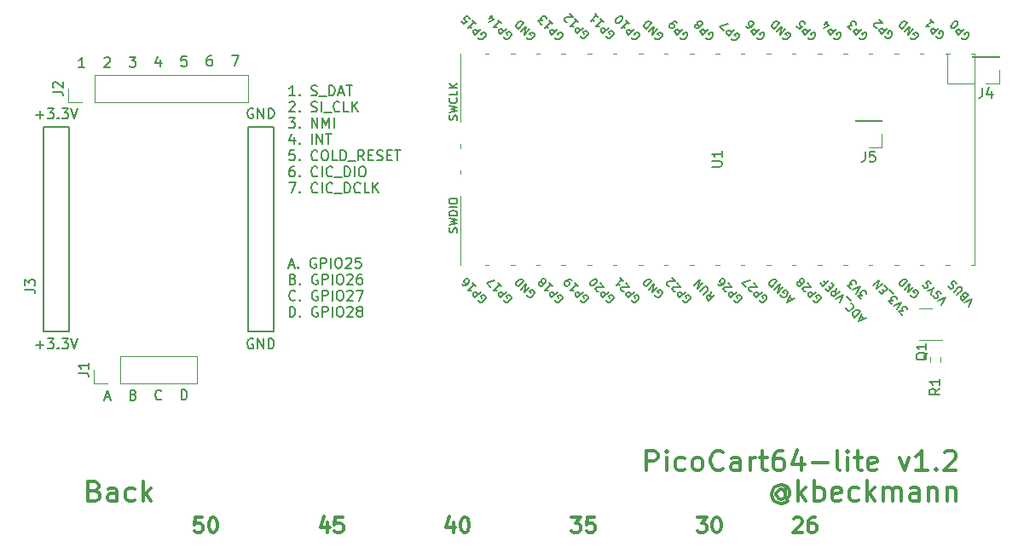
<source format=gto>
G04 #@! TF.GenerationSoftware,KiCad,Pcbnew,(6.0.6)*
G04 #@! TF.CreationDate,2022-06-29T23:38:15+02:00*
G04 #@! TF.ProjectId,picocart64_v1_lite,7069636f-6361-4727-9436-345f76315f6c,rev?*
G04 #@! TF.SameCoordinates,Original*
G04 #@! TF.FileFunction,Legend,Top*
G04 #@! TF.FilePolarity,Positive*
%FSLAX46Y46*%
G04 Gerber Fmt 4.6, Leading zero omitted, Abs format (unit mm)*
G04 Created by KiCad (PCBNEW (6.0.6)) date 2022-06-29 23:38:15*
%MOMM*%
%LPD*%
G01*
G04 APERTURE LIST*
%ADD10C,0.150000*%
%ADD11C,0.300000*%
%ADD12C,0.120000*%
G04 APERTURE END LIST*
D10*
X104355000Y-70870000D02*
X106895000Y-70870000D01*
X106895000Y-70870000D02*
X106895000Y-91190000D01*
X106895000Y-91190000D02*
X104355000Y-91190000D01*
X104355000Y-91190000D02*
X104355000Y-70870000D01*
X124675000Y-70870000D02*
X127215000Y-70870000D01*
X127215000Y-70870000D02*
X127215000Y-91190000D01*
X127215000Y-91190000D02*
X124675000Y-91190000D01*
X124675000Y-91190000D02*
X124675000Y-70870000D01*
D11*
X132571428Y-110178571D02*
X132571428Y-111178571D01*
X132214285Y-109607142D02*
X131857142Y-110678571D01*
X132785714Y-110678571D01*
X134071428Y-109678571D02*
X133357142Y-109678571D01*
X133285714Y-110392857D01*
X133357142Y-110321428D01*
X133500000Y-110250000D01*
X133857142Y-110250000D01*
X134000000Y-110321428D01*
X134071428Y-110392857D01*
X134142857Y-110535714D01*
X134142857Y-110892857D01*
X134071428Y-111035714D01*
X134000000Y-111107142D01*
X133857142Y-111178571D01*
X133500000Y-111178571D01*
X133357142Y-111107142D01*
X133285714Y-111035714D01*
X145071428Y-110178571D02*
X145071428Y-111178571D01*
X144714285Y-109607142D02*
X144357142Y-110678571D01*
X145285714Y-110678571D01*
X146142857Y-109678571D02*
X146285714Y-109678571D01*
X146428571Y-109750000D01*
X146500000Y-109821428D01*
X146571428Y-109964285D01*
X146642857Y-110250000D01*
X146642857Y-110607142D01*
X146571428Y-110892857D01*
X146500000Y-111035714D01*
X146428571Y-111107142D01*
X146285714Y-111178571D01*
X146142857Y-111178571D01*
X146000000Y-111107142D01*
X145928571Y-111035714D01*
X145857142Y-110892857D01*
X145785714Y-110607142D01*
X145785714Y-110250000D01*
X145857142Y-109964285D01*
X145928571Y-109821428D01*
X146000000Y-109750000D01*
X146142857Y-109678571D01*
X156785714Y-109678571D02*
X157714285Y-109678571D01*
X157214285Y-110250000D01*
X157428571Y-110250000D01*
X157571428Y-110321428D01*
X157642857Y-110392857D01*
X157714285Y-110535714D01*
X157714285Y-110892857D01*
X157642857Y-111035714D01*
X157571428Y-111107142D01*
X157428571Y-111178571D01*
X157000000Y-111178571D01*
X156857142Y-111107142D01*
X156785714Y-111035714D01*
X159071428Y-109678571D02*
X158357142Y-109678571D01*
X158285714Y-110392857D01*
X158357142Y-110321428D01*
X158500000Y-110250000D01*
X158857142Y-110250000D01*
X159000000Y-110321428D01*
X159071428Y-110392857D01*
X159142857Y-110535714D01*
X159142857Y-110892857D01*
X159071428Y-111035714D01*
X159000000Y-111107142D01*
X158857142Y-111178571D01*
X158500000Y-111178571D01*
X158357142Y-111107142D01*
X158285714Y-111035714D01*
X169285714Y-109678571D02*
X170214285Y-109678571D01*
X169714285Y-110250000D01*
X169928571Y-110250000D01*
X170071428Y-110321428D01*
X170142857Y-110392857D01*
X170214285Y-110535714D01*
X170214285Y-110892857D01*
X170142857Y-111035714D01*
X170071428Y-111107142D01*
X169928571Y-111178571D01*
X169500000Y-111178571D01*
X169357142Y-111107142D01*
X169285714Y-111035714D01*
X171142857Y-109678571D02*
X171285714Y-109678571D01*
X171428571Y-109750000D01*
X171500000Y-109821428D01*
X171571428Y-109964285D01*
X171642857Y-110250000D01*
X171642857Y-110607142D01*
X171571428Y-110892857D01*
X171500000Y-111035714D01*
X171428571Y-111107142D01*
X171285714Y-111178571D01*
X171142857Y-111178571D01*
X171000000Y-111107142D01*
X170928571Y-111035714D01*
X170857142Y-110892857D01*
X170785714Y-110607142D01*
X170785714Y-110250000D01*
X170857142Y-109964285D01*
X170928571Y-109821428D01*
X171000000Y-109750000D01*
X171142857Y-109678571D01*
X178857142Y-109821428D02*
X178928571Y-109750000D01*
X179071428Y-109678571D01*
X179428571Y-109678571D01*
X179571428Y-109750000D01*
X179642857Y-109821428D01*
X179714285Y-109964285D01*
X179714285Y-110107142D01*
X179642857Y-110321428D01*
X178785714Y-111178571D01*
X179714285Y-111178571D01*
X181000000Y-109678571D02*
X180714285Y-109678571D01*
X180571428Y-109750000D01*
X180500000Y-109821428D01*
X180357142Y-110035714D01*
X180285714Y-110321428D01*
X180285714Y-110892857D01*
X180357142Y-111035714D01*
X180428571Y-111107142D01*
X180571428Y-111178571D01*
X180857142Y-111178571D01*
X181000000Y-111107142D01*
X181071428Y-111035714D01*
X181142857Y-110892857D01*
X181142857Y-110535714D01*
X181071428Y-110392857D01*
X181000000Y-110321428D01*
X180857142Y-110250000D01*
X180571428Y-110250000D01*
X180428571Y-110321428D01*
X180357142Y-110392857D01*
X180285714Y-110535714D01*
D10*
X103625000Y-69671428D02*
X104386904Y-69671428D01*
X104005952Y-70052380D02*
X104005952Y-69290476D01*
X104767857Y-69052380D02*
X105386904Y-69052380D01*
X105053571Y-69433333D01*
X105196428Y-69433333D01*
X105291666Y-69480952D01*
X105339285Y-69528571D01*
X105386904Y-69623809D01*
X105386904Y-69861904D01*
X105339285Y-69957142D01*
X105291666Y-70004761D01*
X105196428Y-70052380D01*
X104910714Y-70052380D01*
X104815476Y-70004761D01*
X104767857Y-69957142D01*
X105815476Y-69957142D02*
X105863095Y-70004761D01*
X105815476Y-70052380D01*
X105767857Y-70004761D01*
X105815476Y-69957142D01*
X105815476Y-70052380D01*
X106196428Y-69052380D02*
X106815476Y-69052380D01*
X106482142Y-69433333D01*
X106625000Y-69433333D01*
X106720238Y-69480952D01*
X106767857Y-69528571D01*
X106815476Y-69623809D01*
X106815476Y-69861904D01*
X106767857Y-69957142D01*
X106720238Y-70004761D01*
X106625000Y-70052380D01*
X106339285Y-70052380D01*
X106244047Y-70004761D01*
X106196428Y-69957142D01*
X107101190Y-69052380D02*
X107434523Y-70052380D01*
X107767857Y-69052380D01*
X110466904Y-97740912D02*
X110943095Y-97740912D01*
X110371666Y-98026626D02*
X110705000Y-97026626D01*
X111038333Y-98026626D01*
X116094523Y-97910825D02*
X116046904Y-97958444D01*
X115904047Y-98006063D01*
X115808809Y-98006063D01*
X115665952Y-97958444D01*
X115570714Y-97863206D01*
X115523095Y-97767968D01*
X115475476Y-97577492D01*
X115475476Y-97434635D01*
X115523095Y-97244159D01*
X115570714Y-97148921D01*
X115665952Y-97053683D01*
X115808809Y-97006063D01*
X115904047Y-97006063D01*
X116046904Y-97053683D01*
X116094523Y-97101302D01*
X103625000Y-92531428D02*
X104386904Y-92531428D01*
X104005952Y-92912380D02*
X104005952Y-92150476D01*
X104767857Y-91912380D02*
X105386904Y-91912380D01*
X105053571Y-92293333D01*
X105196428Y-92293333D01*
X105291666Y-92340952D01*
X105339285Y-92388571D01*
X105386904Y-92483809D01*
X105386904Y-92721904D01*
X105339285Y-92817142D01*
X105291666Y-92864761D01*
X105196428Y-92912380D01*
X104910714Y-92912380D01*
X104815476Y-92864761D01*
X104767857Y-92817142D01*
X105815476Y-92817142D02*
X105863095Y-92864761D01*
X105815476Y-92912380D01*
X105767857Y-92864761D01*
X105815476Y-92817142D01*
X105815476Y-92912380D01*
X106196428Y-91912380D02*
X106815476Y-91912380D01*
X106482142Y-92293333D01*
X106625000Y-92293333D01*
X106720238Y-92340952D01*
X106767857Y-92388571D01*
X106815476Y-92483809D01*
X106815476Y-92721904D01*
X106767857Y-92817142D01*
X106720238Y-92864761D01*
X106625000Y-92912380D01*
X106339285Y-92912380D01*
X106244047Y-92864761D01*
X106196428Y-92817142D01*
X107101190Y-91912380D02*
X107434523Y-92912380D01*
X107767857Y-91912380D01*
X129353944Y-67762380D02*
X128782516Y-67762380D01*
X129068230Y-67762380D02*
X129068230Y-66762380D01*
X128972992Y-66905238D01*
X128877754Y-67000476D01*
X128782516Y-67048095D01*
X129782516Y-67667142D02*
X129830135Y-67714761D01*
X129782516Y-67762380D01*
X129734897Y-67714761D01*
X129782516Y-67667142D01*
X129782516Y-67762380D01*
X130972992Y-67714761D02*
X131115849Y-67762380D01*
X131353944Y-67762380D01*
X131449182Y-67714761D01*
X131496801Y-67667142D01*
X131544420Y-67571904D01*
X131544420Y-67476666D01*
X131496801Y-67381428D01*
X131449182Y-67333809D01*
X131353944Y-67286190D01*
X131163468Y-67238571D01*
X131068230Y-67190952D01*
X131020611Y-67143333D01*
X130972992Y-67048095D01*
X130972992Y-66952857D01*
X131020611Y-66857619D01*
X131068230Y-66810000D01*
X131163468Y-66762380D01*
X131401563Y-66762380D01*
X131544420Y-66810000D01*
X131734897Y-67857619D02*
X132496801Y-67857619D01*
X132734897Y-67762380D02*
X132734897Y-66762380D01*
X132972992Y-66762380D01*
X133115849Y-66810000D01*
X133211087Y-66905238D01*
X133258706Y-67000476D01*
X133306325Y-67190952D01*
X133306325Y-67333809D01*
X133258706Y-67524285D01*
X133211087Y-67619523D01*
X133115849Y-67714761D01*
X132972992Y-67762380D01*
X132734897Y-67762380D01*
X133687278Y-67476666D02*
X134163468Y-67476666D01*
X133592040Y-67762380D02*
X133925373Y-66762380D01*
X134258706Y-67762380D01*
X134449182Y-66762380D02*
X135020611Y-66762380D01*
X134734897Y-67762380D02*
X134734897Y-66762380D01*
X128782516Y-68467619D02*
X128830135Y-68420000D01*
X128925373Y-68372380D01*
X129163468Y-68372380D01*
X129258706Y-68420000D01*
X129306325Y-68467619D01*
X129353944Y-68562857D01*
X129353944Y-68658095D01*
X129306325Y-68800952D01*
X128734897Y-69372380D01*
X129353944Y-69372380D01*
X129782516Y-69277142D02*
X129830135Y-69324761D01*
X129782516Y-69372380D01*
X129734897Y-69324761D01*
X129782516Y-69277142D01*
X129782516Y-69372380D01*
X130972992Y-69324761D02*
X131115849Y-69372380D01*
X131353944Y-69372380D01*
X131449182Y-69324761D01*
X131496801Y-69277142D01*
X131544420Y-69181904D01*
X131544420Y-69086666D01*
X131496801Y-68991428D01*
X131449182Y-68943809D01*
X131353944Y-68896190D01*
X131163468Y-68848571D01*
X131068230Y-68800952D01*
X131020611Y-68753333D01*
X130972992Y-68658095D01*
X130972992Y-68562857D01*
X131020611Y-68467619D01*
X131068230Y-68420000D01*
X131163468Y-68372380D01*
X131401563Y-68372380D01*
X131544420Y-68420000D01*
X131972992Y-69372380D02*
X131972992Y-68372380D01*
X132211087Y-69467619D02*
X132972992Y-69467619D01*
X133782516Y-69277142D02*
X133734897Y-69324761D01*
X133592040Y-69372380D01*
X133496801Y-69372380D01*
X133353944Y-69324761D01*
X133258706Y-69229523D01*
X133211087Y-69134285D01*
X133163468Y-68943809D01*
X133163468Y-68800952D01*
X133211087Y-68610476D01*
X133258706Y-68515238D01*
X133353944Y-68420000D01*
X133496801Y-68372380D01*
X133592040Y-68372380D01*
X133734897Y-68420000D01*
X133782516Y-68467619D01*
X134687278Y-69372380D02*
X134211087Y-69372380D01*
X134211087Y-68372380D01*
X135020611Y-69372380D02*
X135020611Y-68372380D01*
X135592040Y-69372380D02*
X135163468Y-68800952D01*
X135592040Y-68372380D02*
X135020611Y-68943809D01*
X128734897Y-69982380D02*
X129353944Y-69982380D01*
X129020611Y-70363333D01*
X129163468Y-70363333D01*
X129258706Y-70410952D01*
X129306325Y-70458571D01*
X129353944Y-70553809D01*
X129353944Y-70791904D01*
X129306325Y-70887142D01*
X129258706Y-70934761D01*
X129163468Y-70982380D01*
X128877754Y-70982380D01*
X128782516Y-70934761D01*
X128734897Y-70887142D01*
X129782516Y-70887142D02*
X129830135Y-70934761D01*
X129782516Y-70982380D01*
X129734897Y-70934761D01*
X129782516Y-70887142D01*
X129782516Y-70982380D01*
X131020611Y-70982380D02*
X131020611Y-69982380D01*
X131592040Y-70982380D01*
X131592040Y-69982380D01*
X132068230Y-70982380D02*
X132068230Y-69982380D01*
X132401563Y-70696666D01*
X132734897Y-69982380D01*
X132734897Y-70982380D01*
X133211087Y-70982380D02*
X133211087Y-69982380D01*
X129258706Y-71925714D02*
X129258706Y-72592380D01*
X129020611Y-71544761D02*
X128782516Y-72259047D01*
X129401563Y-72259047D01*
X129782516Y-72497142D02*
X129830135Y-72544761D01*
X129782516Y-72592380D01*
X129734897Y-72544761D01*
X129782516Y-72497142D01*
X129782516Y-72592380D01*
X131020611Y-72592380D02*
X131020611Y-71592380D01*
X131496801Y-72592380D02*
X131496801Y-71592380D01*
X132068230Y-72592380D01*
X132068230Y-71592380D01*
X132401563Y-71592380D02*
X132972992Y-71592380D01*
X132687278Y-72592380D02*
X132687278Y-71592380D01*
X129306325Y-73202380D02*
X128830135Y-73202380D01*
X128782516Y-73678571D01*
X128830135Y-73630952D01*
X128925373Y-73583333D01*
X129163468Y-73583333D01*
X129258706Y-73630952D01*
X129306325Y-73678571D01*
X129353944Y-73773809D01*
X129353944Y-74011904D01*
X129306325Y-74107142D01*
X129258706Y-74154761D01*
X129163468Y-74202380D01*
X128925373Y-74202380D01*
X128830135Y-74154761D01*
X128782516Y-74107142D01*
X129782516Y-74107142D02*
X129830135Y-74154761D01*
X129782516Y-74202380D01*
X129734897Y-74154761D01*
X129782516Y-74107142D01*
X129782516Y-74202380D01*
X131592040Y-74107142D02*
X131544420Y-74154761D01*
X131401563Y-74202380D01*
X131306325Y-74202380D01*
X131163468Y-74154761D01*
X131068230Y-74059523D01*
X131020611Y-73964285D01*
X130972992Y-73773809D01*
X130972992Y-73630952D01*
X131020611Y-73440476D01*
X131068230Y-73345238D01*
X131163468Y-73250000D01*
X131306325Y-73202380D01*
X131401563Y-73202380D01*
X131544420Y-73250000D01*
X131592040Y-73297619D01*
X132211087Y-73202380D02*
X132401563Y-73202380D01*
X132496801Y-73250000D01*
X132592040Y-73345238D01*
X132639659Y-73535714D01*
X132639659Y-73869047D01*
X132592040Y-74059523D01*
X132496801Y-74154761D01*
X132401563Y-74202380D01*
X132211087Y-74202380D01*
X132115849Y-74154761D01*
X132020611Y-74059523D01*
X131972992Y-73869047D01*
X131972992Y-73535714D01*
X132020611Y-73345238D01*
X132115849Y-73250000D01*
X132211087Y-73202380D01*
X133544420Y-74202380D02*
X133068230Y-74202380D01*
X133068230Y-73202380D01*
X133877754Y-74202380D02*
X133877754Y-73202380D01*
X134115849Y-73202380D01*
X134258706Y-73250000D01*
X134353944Y-73345238D01*
X134401563Y-73440476D01*
X134449182Y-73630952D01*
X134449182Y-73773809D01*
X134401563Y-73964285D01*
X134353944Y-74059523D01*
X134258706Y-74154761D01*
X134115849Y-74202380D01*
X133877754Y-74202380D01*
X134639659Y-74297619D02*
X135401563Y-74297619D01*
X136211087Y-74202380D02*
X135877754Y-73726190D01*
X135639659Y-74202380D02*
X135639659Y-73202380D01*
X136020611Y-73202380D01*
X136115849Y-73250000D01*
X136163468Y-73297619D01*
X136211087Y-73392857D01*
X136211087Y-73535714D01*
X136163468Y-73630952D01*
X136115849Y-73678571D01*
X136020611Y-73726190D01*
X135639659Y-73726190D01*
X136639659Y-73678571D02*
X136972992Y-73678571D01*
X137115849Y-74202380D02*
X136639659Y-74202380D01*
X136639659Y-73202380D01*
X137115849Y-73202380D01*
X137496801Y-74154761D02*
X137639659Y-74202380D01*
X137877754Y-74202380D01*
X137972992Y-74154761D01*
X138020611Y-74107142D01*
X138068230Y-74011904D01*
X138068230Y-73916666D01*
X138020611Y-73821428D01*
X137972992Y-73773809D01*
X137877754Y-73726190D01*
X137687278Y-73678571D01*
X137592040Y-73630952D01*
X137544420Y-73583333D01*
X137496801Y-73488095D01*
X137496801Y-73392857D01*
X137544420Y-73297619D01*
X137592040Y-73250000D01*
X137687278Y-73202380D01*
X137925373Y-73202380D01*
X138068230Y-73250000D01*
X138496801Y-73678571D02*
X138830135Y-73678571D01*
X138972992Y-74202380D02*
X138496801Y-74202380D01*
X138496801Y-73202380D01*
X138972992Y-73202380D01*
X139258706Y-73202380D02*
X139830135Y-73202380D01*
X139544420Y-74202380D02*
X139544420Y-73202380D01*
X129258706Y-74812380D02*
X129068230Y-74812380D01*
X128972992Y-74860000D01*
X128925373Y-74907619D01*
X128830135Y-75050476D01*
X128782516Y-75240952D01*
X128782516Y-75621904D01*
X128830135Y-75717142D01*
X128877754Y-75764761D01*
X128972992Y-75812380D01*
X129163468Y-75812380D01*
X129258706Y-75764761D01*
X129306325Y-75717142D01*
X129353944Y-75621904D01*
X129353944Y-75383809D01*
X129306325Y-75288571D01*
X129258706Y-75240952D01*
X129163468Y-75193333D01*
X128972992Y-75193333D01*
X128877754Y-75240952D01*
X128830135Y-75288571D01*
X128782516Y-75383809D01*
X129782516Y-75717142D02*
X129830135Y-75764761D01*
X129782516Y-75812380D01*
X129734897Y-75764761D01*
X129782516Y-75717142D01*
X129782516Y-75812380D01*
X131592040Y-75717142D02*
X131544420Y-75764761D01*
X131401563Y-75812380D01*
X131306325Y-75812380D01*
X131163468Y-75764761D01*
X131068230Y-75669523D01*
X131020611Y-75574285D01*
X130972992Y-75383809D01*
X130972992Y-75240952D01*
X131020611Y-75050476D01*
X131068230Y-74955238D01*
X131163468Y-74860000D01*
X131306325Y-74812380D01*
X131401563Y-74812380D01*
X131544420Y-74860000D01*
X131592040Y-74907619D01*
X132020611Y-75812380D02*
X132020611Y-74812380D01*
X133068230Y-75717142D02*
X133020611Y-75764761D01*
X132877754Y-75812380D01*
X132782516Y-75812380D01*
X132639659Y-75764761D01*
X132544420Y-75669523D01*
X132496801Y-75574285D01*
X132449182Y-75383809D01*
X132449182Y-75240952D01*
X132496801Y-75050476D01*
X132544420Y-74955238D01*
X132639659Y-74860000D01*
X132782516Y-74812380D01*
X132877754Y-74812380D01*
X133020611Y-74860000D01*
X133068230Y-74907619D01*
X133258706Y-75907619D02*
X134020611Y-75907619D01*
X134258706Y-75812380D02*
X134258706Y-74812380D01*
X134496801Y-74812380D01*
X134639659Y-74860000D01*
X134734897Y-74955238D01*
X134782516Y-75050476D01*
X134830135Y-75240952D01*
X134830135Y-75383809D01*
X134782516Y-75574285D01*
X134734897Y-75669523D01*
X134639659Y-75764761D01*
X134496801Y-75812380D01*
X134258706Y-75812380D01*
X135258706Y-75812380D02*
X135258706Y-74812380D01*
X135925373Y-74812380D02*
X136115849Y-74812380D01*
X136211087Y-74860000D01*
X136306325Y-74955238D01*
X136353944Y-75145714D01*
X136353944Y-75479047D01*
X136306325Y-75669523D01*
X136211087Y-75764761D01*
X136115849Y-75812380D01*
X135925373Y-75812380D01*
X135830135Y-75764761D01*
X135734897Y-75669523D01*
X135687278Y-75479047D01*
X135687278Y-75145714D01*
X135734897Y-74955238D01*
X135830135Y-74860000D01*
X135925373Y-74812380D01*
X128734897Y-76422380D02*
X129401563Y-76422380D01*
X128972992Y-77422380D01*
X129782516Y-77327142D02*
X129830135Y-77374761D01*
X129782516Y-77422380D01*
X129734897Y-77374761D01*
X129782516Y-77327142D01*
X129782516Y-77422380D01*
X131592040Y-77327142D02*
X131544420Y-77374761D01*
X131401563Y-77422380D01*
X131306325Y-77422380D01*
X131163468Y-77374761D01*
X131068230Y-77279523D01*
X131020611Y-77184285D01*
X130972992Y-76993809D01*
X130972992Y-76850952D01*
X131020611Y-76660476D01*
X131068230Y-76565238D01*
X131163468Y-76470000D01*
X131306325Y-76422380D01*
X131401563Y-76422380D01*
X131544420Y-76470000D01*
X131592040Y-76517619D01*
X132020611Y-77422380D02*
X132020611Y-76422380D01*
X133068230Y-77327142D02*
X133020611Y-77374761D01*
X132877754Y-77422380D01*
X132782516Y-77422380D01*
X132639659Y-77374761D01*
X132544420Y-77279523D01*
X132496801Y-77184285D01*
X132449182Y-76993809D01*
X132449182Y-76850952D01*
X132496801Y-76660476D01*
X132544420Y-76565238D01*
X132639659Y-76470000D01*
X132782516Y-76422380D01*
X132877754Y-76422380D01*
X133020611Y-76470000D01*
X133068230Y-76517619D01*
X133258706Y-77517619D02*
X134020611Y-77517619D01*
X134258706Y-77422380D02*
X134258706Y-76422380D01*
X134496801Y-76422380D01*
X134639659Y-76470000D01*
X134734897Y-76565238D01*
X134782516Y-76660476D01*
X134830135Y-76850952D01*
X134830135Y-76993809D01*
X134782516Y-77184285D01*
X134734897Y-77279523D01*
X134639659Y-77374761D01*
X134496801Y-77422380D01*
X134258706Y-77422380D01*
X135830135Y-77327142D02*
X135782516Y-77374761D01*
X135639659Y-77422380D01*
X135544420Y-77422380D01*
X135401563Y-77374761D01*
X135306325Y-77279523D01*
X135258706Y-77184285D01*
X135211087Y-76993809D01*
X135211087Y-76850952D01*
X135258706Y-76660476D01*
X135306325Y-76565238D01*
X135401563Y-76470000D01*
X135544420Y-76422380D01*
X135639659Y-76422380D01*
X135782516Y-76470000D01*
X135830135Y-76517619D01*
X136734897Y-77422380D02*
X136258706Y-77422380D01*
X136258706Y-76422380D01*
X137068230Y-77422380D02*
X137068230Y-76422380D01*
X137639659Y-77422380D02*
X137211087Y-76850952D01*
X137639659Y-76422380D02*
X137068230Y-76993809D01*
X108450714Y-64968380D02*
X107879285Y-64968380D01*
X108165000Y-64968380D02*
X108165000Y-63968380D01*
X108069761Y-64111238D01*
X107974523Y-64206476D01*
X107879285Y-64254095D01*
X125183095Y-69086377D02*
X125087857Y-69038757D01*
X124945000Y-69038757D01*
X124802142Y-69086377D01*
X124706904Y-69181615D01*
X124659285Y-69276853D01*
X124611666Y-69467329D01*
X124611666Y-69610186D01*
X124659285Y-69800662D01*
X124706904Y-69895900D01*
X124802142Y-69991138D01*
X124945000Y-70038757D01*
X125040238Y-70038757D01*
X125183095Y-69991138D01*
X125230714Y-69943519D01*
X125230714Y-69610186D01*
X125040238Y-69610186D01*
X125659285Y-70038757D02*
X125659285Y-69038757D01*
X126230714Y-70038757D01*
X126230714Y-69038757D01*
X126706904Y-70038757D02*
X126706904Y-69038757D01*
X126945000Y-69038757D01*
X127087857Y-69086377D01*
X127183095Y-69181615D01*
X127230714Y-69276853D01*
X127278333Y-69467329D01*
X127278333Y-69610186D01*
X127230714Y-69800662D01*
X127183095Y-69895900D01*
X127087857Y-69991138D01*
X126945000Y-70038757D01*
X126706904Y-70038757D01*
D11*
X120142857Y-109678571D02*
X119428571Y-109678571D01*
X119357142Y-110392857D01*
X119428571Y-110321428D01*
X119571428Y-110250000D01*
X119928571Y-110250000D01*
X120071428Y-110321428D01*
X120142857Y-110392857D01*
X120214285Y-110535714D01*
X120214285Y-110892857D01*
X120142857Y-111035714D01*
X120071428Y-111107142D01*
X119928571Y-111178571D01*
X119571428Y-111178571D01*
X119428571Y-111107142D01*
X119357142Y-111035714D01*
X121142857Y-109678571D02*
X121285714Y-109678571D01*
X121428571Y-109750000D01*
X121500000Y-109821428D01*
X121571428Y-109964285D01*
X121642857Y-110250000D01*
X121642857Y-110607142D01*
X121571428Y-110892857D01*
X121500000Y-111035714D01*
X121428571Y-111107142D01*
X121285714Y-111178571D01*
X121142857Y-111178571D01*
X121000000Y-111107142D01*
X120928571Y-111035714D01*
X120857142Y-110892857D01*
X120785714Y-110607142D01*
X120785714Y-110250000D01*
X120857142Y-109964285D01*
X120928571Y-109821428D01*
X121000000Y-109750000D01*
X121142857Y-109678571D01*
D10*
X118563095Y-63841271D02*
X118086904Y-63841271D01*
X118039285Y-64317462D01*
X118086904Y-64269843D01*
X118182142Y-64222224D01*
X118420238Y-64222224D01*
X118515476Y-64269843D01*
X118563095Y-64317462D01*
X118610714Y-64412700D01*
X118610714Y-64650795D01*
X118563095Y-64746033D01*
X118515476Y-64793652D01*
X118420238Y-64841271D01*
X118182142Y-64841271D01*
X118086904Y-64793652D01*
X118039285Y-64746033D01*
X115975476Y-64215463D02*
X115975476Y-64882129D01*
X115737380Y-63834510D02*
X115499285Y-64548796D01*
X116118333Y-64548796D01*
X125179691Y-91960000D02*
X125084453Y-91912380D01*
X124941596Y-91912380D01*
X124798738Y-91960000D01*
X124703500Y-92055238D01*
X124655881Y-92150476D01*
X124608262Y-92340952D01*
X124608262Y-92483809D01*
X124655881Y-92674285D01*
X124703500Y-92769523D01*
X124798738Y-92864761D01*
X124941596Y-92912380D01*
X125036834Y-92912380D01*
X125179691Y-92864761D01*
X125227310Y-92817142D01*
X125227310Y-92483809D01*
X125036834Y-92483809D01*
X125655881Y-92912380D02*
X125655881Y-91912380D01*
X126227310Y-92912380D01*
X126227310Y-91912380D01*
X126703500Y-92912380D02*
X126703500Y-91912380D01*
X126941596Y-91912380D01*
X127084453Y-91960000D01*
X127179691Y-92055238D01*
X127227310Y-92150476D01*
X127274929Y-92340952D01*
X127274929Y-92483809D01*
X127227310Y-92674285D01*
X127179691Y-92769523D01*
X127084453Y-92864761D01*
X126941596Y-92912380D01*
X126703500Y-92912380D01*
X121055476Y-63800413D02*
X120865000Y-63800413D01*
X120769761Y-63848033D01*
X120722142Y-63895652D01*
X120626904Y-64038509D01*
X120579285Y-64228985D01*
X120579285Y-64609937D01*
X120626904Y-64705175D01*
X120674523Y-64752794D01*
X120769761Y-64800413D01*
X120960238Y-64800413D01*
X121055476Y-64752794D01*
X121103095Y-64705175D01*
X121150714Y-64609937D01*
X121150714Y-64371842D01*
X121103095Y-64276604D01*
X121055476Y-64228985D01*
X120960238Y-64181366D01*
X120769761Y-64181366D01*
X120674523Y-64228985D01*
X120626904Y-64276604D01*
X120579285Y-64371842D01*
X110419285Y-64059084D02*
X110466904Y-64011465D01*
X110562142Y-63963845D01*
X110800238Y-63963845D01*
X110895476Y-64011465D01*
X110943095Y-64059084D01*
X110990714Y-64154322D01*
X110990714Y-64249560D01*
X110943095Y-64392417D01*
X110371666Y-64963845D01*
X110990714Y-64963845D01*
X128772976Y-84619666D02*
X129249166Y-84619666D01*
X128677738Y-84905380D02*
X129011071Y-83905380D01*
X129344404Y-84905380D01*
X129677738Y-84810142D02*
X129725357Y-84857761D01*
X129677738Y-84905380D01*
X129630119Y-84857761D01*
X129677738Y-84810142D01*
X129677738Y-84905380D01*
X131439642Y-83953000D02*
X131344404Y-83905380D01*
X131201547Y-83905380D01*
X131058690Y-83953000D01*
X130963452Y-84048238D01*
X130915833Y-84143476D01*
X130868214Y-84333952D01*
X130868214Y-84476809D01*
X130915833Y-84667285D01*
X130963452Y-84762523D01*
X131058690Y-84857761D01*
X131201547Y-84905380D01*
X131296785Y-84905380D01*
X131439642Y-84857761D01*
X131487261Y-84810142D01*
X131487261Y-84476809D01*
X131296785Y-84476809D01*
X131915833Y-84905380D02*
X131915833Y-83905380D01*
X132296785Y-83905380D01*
X132392023Y-83953000D01*
X132439642Y-84000619D01*
X132487261Y-84095857D01*
X132487261Y-84238714D01*
X132439642Y-84333952D01*
X132392023Y-84381571D01*
X132296785Y-84429190D01*
X131915833Y-84429190D01*
X132915833Y-84905380D02*
X132915833Y-83905380D01*
X133582500Y-83905380D02*
X133772976Y-83905380D01*
X133868214Y-83953000D01*
X133963452Y-84048238D01*
X134011071Y-84238714D01*
X134011071Y-84572047D01*
X133963452Y-84762523D01*
X133868214Y-84857761D01*
X133772976Y-84905380D01*
X133582500Y-84905380D01*
X133487261Y-84857761D01*
X133392023Y-84762523D01*
X133344404Y-84572047D01*
X133344404Y-84238714D01*
X133392023Y-84048238D01*
X133487261Y-83953000D01*
X133582500Y-83905380D01*
X134392023Y-84000619D02*
X134439642Y-83953000D01*
X134534880Y-83905380D01*
X134772976Y-83905380D01*
X134868214Y-83953000D01*
X134915833Y-84000619D01*
X134963452Y-84095857D01*
X134963452Y-84191095D01*
X134915833Y-84333952D01*
X134344404Y-84905380D01*
X134963452Y-84905380D01*
X135868214Y-83905380D02*
X135392023Y-83905380D01*
X135344404Y-84381571D01*
X135392023Y-84333952D01*
X135487261Y-84286333D01*
X135725357Y-84286333D01*
X135820595Y-84333952D01*
X135868214Y-84381571D01*
X135915833Y-84476809D01*
X135915833Y-84714904D01*
X135868214Y-84810142D01*
X135820595Y-84857761D01*
X135725357Y-84905380D01*
X135487261Y-84905380D01*
X135392023Y-84857761D01*
X135344404Y-84810142D01*
X129153928Y-85991571D02*
X129296785Y-86039190D01*
X129344404Y-86086809D01*
X129392023Y-86182047D01*
X129392023Y-86324904D01*
X129344404Y-86420142D01*
X129296785Y-86467761D01*
X129201547Y-86515380D01*
X128820595Y-86515380D01*
X128820595Y-85515380D01*
X129153928Y-85515380D01*
X129249166Y-85563000D01*
X129296785Y-85610619D01*
X129344404Y-85705857D01*
X129344404Y-85801095D01*
X129296785Y-85896333D01*
X129249166Y-85943952D01*
X129153928Y-85991571D01*
X128820595Y-85991571D01*
X129820595Y-86420142D02*
X129868214Y-86467761D01*
X129820595Y-86515380D01*
X129772976Y-86467761D01*
X129820595Y-86420142D01*
X129820595Y-86515380D01*
X131582500Y-85563000D02*
X131487261Y-85515380D01*
X131344404Y-85515380D01*
X131201547Y-85563000D01*
X131106309Y-85658238D01*
X131058690Y-85753476D01*
X131011071Y-85943952D01*
X131011071Y-86086809D01*
X131058690Y-86277285D01*
X131106309Y-86372523D01*
X131201547Y-86467761D01*
X131344404Y-86515380D01*
X131439642Y-86515380D01*
X131582500Y-86467761D01*
X131630119Y-86420142D01*
X131630119Y-86086809D01*
X131439642Y-86086809D01*
X132058690Y-86515380D02*
X132058690Y-85515380D01*
X132439642Y-85515380D01*
X132534880Y-85563000D01*
X132582500Y-85610619D01*
X132630119Y-85705857D01*
X132630119Y-85848714D01*
X132582500Y-85943952D01*
X132534880Y-85991571D01*
X132439642Y-86039190D01*
X132058690Y-86039190D01*
X133058690Y-86515380D02*
X133058690Y-85515380D01*
X133725357Y-85515380D02*
X133915833Y-85515380D01*
X134011071Y-85563000D01*
X134106309Y-85658238D01*
X134153928Y-85848714D01*
X134153928Y-86182047D01*
X134106309Y-86372523D01*
X134011071Y-86467761D01*
X133915833Y-86515380D01*
X133725357Y-86515380D01*
X133630119Y-86467761D01*
X133534880Y-86372523D01*
X133487261Y-86182047D01*
X133487261Y-85848714D01*
X133534880Y-85658238D01*
X133630119Y-85563000D01*
X133725357Y-85515380D01*
X134534880Y-85610619D02*
X134582500Y-85563000D01*
X134677738Y-85515380D01*
X134915833Y-85515380D01*
X135011071Y-85563000D01*
X135058690Y-85610619D01*
X135106309Y-85705857D01*
X135106309Y-85801095D01*
X135058690Y-85943952D01*
X134487261Y-86515380D01*
X135106309Y-86515380D01*
X135963452Y-85515380D02*
X135772976Y-85515380D01*
X135677738Y-85563000D01*
X135630119Y-85610619D01*
X135534880Y-85753476D01*
X135487261Y-85943952D01*
X135487261Y-86324904D01*
X135534880Y-86420142D01*
X135582500Y-86467761D01*
X135677738Y-86515380D01*
X135868214Y-86515380D01*
X135963452Y-86467761D01*
X136011071Y-86420142D01*
X136058690Y-86324904D01*
X136058690Y-86086809D01*
X136011071Y-85991571D01*
X135963452Y-85943952D01*
X135868214Y-85896333D01*
X135677738Y-85896333D01*
X135582500Y-85943952D01*
X135534880Y-85991571D01*
X135487261Y-86086809D01*
X129392023Y-88030142D02*
X129344404Y-88077761D01*
X129201547Y-88125380D01*
X129106309Y-88125380D01*
X128963452Y-88077761D01*
X128868214Y-87982523D01*
X128820595Y-87887285D01*
X128772976Y-87696809D01*
X128772976Y-87553952D01*
X128820595Y-87363476D01*
X128868214Y-87268238D01*
X128963452Y-87173000D01*
X129106309Y-87125380D01*
X129201547Y-87125380D01*
X129344404Y-87173000D01*
X129392023Y-87220619D01*
X129820595Y-88030142D02*
X129868214Y-88077761D01*
X129820595Y-88125380D01*
X129772976Y-88077761D01*
X129820595Y-88030142D01*
X129820595Y-88125380D01*
X131582500Y-87173000D02*
X131487261Y-87125380D01*
X131344404Y-87125380D01*
X131201547Y-87173000D01*
X131106309Y-87268238D01*
X131058690Y-87363476D01*
X131011071Y-87553952D01*
X131011071Y-87696809D01*
X131058690Y-87887285D01*
X131106309Y-87982523D01*
X131201547Y-88077761D01*
X131344404Y-88125380D01*
X131439642Y-88125380D01*
X131582500Y-88077761D01*
X131630119Y-88030142D01*
X131630119Y-87696809D01*
X131439642Y-87696809D01*
X132058690Y-88125380D02*
X132058690Y-87125380D01*
X132439642Y-87125380D01*
X132534880Y-87173000D01*
X132582500Y-87220619D01*
X132630119Y-87315857D01*
X132630119Y-87458714D01*
X132582500Y-87553952D01*
X132534880Y-87601571D01*
X132439642Y-87649190D01*
X132058690Y-87649190D01*
X133058690Y-88125380D02*
X133058690Y-87125380D01*
X133725357Y-87125380D02*
X133915833Y-87125380D01*
X134011071Y-87173000D01*
X134106309Y-87268238D01*
X134153928Y-87458714D01*
X134153928Y-87792047D01*
X134106309Y-87982523D01*
X134011071Y-88077761D01*
X133915833Y-88125380D01*
X133725357Y-88125380D01*
X133630119Y-88077761D01*
X133534880Y-87982523D01*
X133487261Y-87792047D01*
X133487261Y-87458714D01*
X133534880Y-87268238D01*
X133630119Y-87173000D01*
X133725357Y-87125380D01*
X134534880Y-87220619D02*
X134582500Y-87173000D01*
X134677738Y-87125380D01*
X134915833Y-87125380D01*
X135011071Y-87173000D01*
X135058690Y-87220619D01*
X135106309Y-87315857D01*
X135106309Y-87411095D01*
X135058690Y-87553952D01*
X134487261Y-88125380D01*
X135106309Y-88125380D01*
X135439642Y-87125380D02*
X136106309Y-87125380D01*
X135677738Y-88125380D01*
X128820595Y-89735380D02*
X128820595Y-88735380D01*
X129058690Y-88735380D01*
X129201547Y-88783000D01*
X129296785Y-88878238D01*
X129344404Y-88973476D01*
X129392023Y-89163952D01*
X129392023Y-89306809D01*
X129344404Y-89497285D01*
X129296785Y-89592523D01*
X129201547Y-89687761D01*
X129058690Y-89735380D01*
X128820595Y-89735380D01*
X129820595Y-89640142D02*
X129868214Y-89687761D01*
X129820595Y-89735380D01*
X129772976Y-89687761D01*
X129820595Y-89640142D01*
X129820595Y-89735380D01*
X131582500Y-88783000D02*
X131487261Y-88735380D01*
X131344404Y-88735380D01*
X131201547Y-88783000D01*
X131106309Y-88878238D01*
X131058690Y-88973476D01*
X131011071Y-89163952D01*
X131011071Y-89306809D01*
X131058690Y-89497285D01*
X131106309Y-89592523D01*
X131201547Y-89687761D01*
X131344404Y-89735380D01*
X131439642Y-89735380D01*
X131582500Y-89687761D01*
X131630119Y-89640142D01*
X131630119Y-89306809D01*
X131439642Y-89306809D01*
X132058690Y-89735380D02*
X132058690Y-88735380D01*
X132439642Y-88735380D01*
X132534880Y-88783000D01*
X132582500Y-88830619D01*
X132630119Y-88925857D01*
X132630119Y-89068714D01*
X132582500Y-89163952D01*
X132534880Y-89211571D01*
X132439642Y-89259190D01*
X132058690Y-89259190D01*
X133058690Y-89735380D02*
X133058690Y-88735380D01*
X133725357Y-88735380D02*
X133915833Y-88735380D01*
X134011071Y-88783000D01*
X134106309Y-88878238D01*
X134153928Y-89068714D01*
X134153928Y-89402047D01*
X134106309Y-89592523D01*
X134011071Y-89687761D01*
X133915833Y-89735380D01*
X133725357Y-89735380D01*
X133630119Y-89687761D01*
X133534880Y-89592523D01*
X133487261Y-89402047D01*
X133487261Y-89068714D01*
X133534880Y-88878238D01*
X133630119Y-88783000D01*
X133725357Y-88735380D01*
X134534880Y-88830619D02*
X134582500Y-88783000D01*
X134677738Y-88735380D01*
X134915833Y-88735380D01*
X135011071Y-88783000D01*
X135058690Y-88830619D01*
X135106309Y-88925857D01*
X135106309Y-89021095D01*
X135058690Y-89163952D01*
X134487261Y-89735380D01*
X135106309Y-89735380D01*
X135677738Y-89163952D02*
X135582500Y-89116333D01*
X135534880Y-89068714D01*
X135487261Y-88973476D01*
X135487261Y-88925857D01*
X135534880Y-88830619D01*
X135582500Y-88783000D01*
X135677738Y-88735380D01*
X135868214Y-88735380D01*
X135963452Y-88783000D01*
X136011071Y-88830619D01*
X136058690Y-88925857D01*
X136058690Y-88973476D01*
X136011071Y-89068714D01*
X135963452Y-89116333D01*
X135868214Y-89163952D01*
X135677738Y-89163952D01*
X135582500Y-89211571D01*
X135534880Y-89259190D01*
X135487261Y-89354428D01*
X135487261Y-89544904D01*
X135534880Y-89640142D01*
X135582500Y-89687761D01*
X135677738Y-89735380D01*
X135868214Y-89735380D01*
X135963452Y-89687761D01*
X136011071Y-89640142D01*
X136058690Y-89544904D01*
X136058690Y-89354428D01*
X136011071Y-89259190D01*
X135963452Y-89211571D01*
X135868214Y-89163952D01*
X113316428Y-97495937D02*
X113459285Y-97543556D01*
X113506904Y-97591175D01*
X113554523Y-97686413D01*
X113554523Y-97829270D01*
X113506904Y-97924508D01*
X113459285Y-97972127D01*
X113364047Y-98019746D01*
X112983095Y-98019746D01*
X112983095Y-97019746D01*
X113316428Y-97019746D01*
X113411666Y-97067366D01*
X113459285Y-97114985D01*
X113506904Y-97210223D01*
X113506904Y-97305461D01*
X113459285Y-97400699D01*
X113411666Y-97448318D01*
X113316428Y-97495937D01*
X112983095Y-97495937D01*
X123071666Y-63759555D02*
X123738333Y-63759555D01*
X123309761Y-64759555D01*
X118063095Y-97992380D02*
X118063095Y-96992380D01*
X118301190Y-96992380D01*
X118444047Y-97040000D01*
X118539285Y-97135238D01*
X118586904Y-97230476D01*
X118634523Y-97420952D01*
X118634523Y-97563809D01*
X118586904Y-97754285D01*
X118539285Y-97849523D01*
X118444047Y-97944761D01*
X118301190Y-97992380D01*
X118063095Y-97992380D01*
X112911666Y-63922987D02*
X113530714Y-63922987D01*
X113197380Y-64303940D01*
X113340238Y-64303940D01*
X113435476Y-64351559D01*
X113483095Y-64399178D01*
X113530714Y-64494416D01*
X113530714Y-64732511D01*
X113483095Y-64827749D01*
X113435476Y-64875368D01*
X113340238Y-64922987D01*
X113054523Y-64922987D01*
X112959285Y-64875368D01*
X112911666Y-64827749D01*
X197606656Y-66982377D02*
X197606656Y-67696663D01*
X197559037Y-67839520D01*
X197463799Y-67934758D01*
X197320942Y-67982377D01*
X197225704Y-67982377D01*
X198511418Y-67315711D02*
X198511418Y-67982377D01*
X198273323Y-66934758D02*
X198035228Y-67649044D01*
X198654275Y-67649044D01*
X185966666Y-73332380D02*
X185966666Y-74046666D01*
X185919047Y-74189523D01*
X185823809Y-74284761D01*
X185680952Y-74332380D01*
X185585714Y-74332380D01*
X186919047Y-73332380D02*
X186442857Y-73332380D01*
X186395238Y-73808571D01*
X186442857Y-73760952D01*
X186538095Y-73713333D01*
X186776190Y-73713333D01*
X186871428Y-73760952D01*
X186919047Y-73808571D01*
X186966666Y-73903809D01*
X186966666Y-74141904D01*
X186919047Y-74237142D01*
X186871428Y-74284761D01*
X186776190Y-74332380D01*
X186538095Y-74332380D01*
X186442857Y-74284761D01*
X186395238Y-74237142D01*
X107827380Y-95333333D02*
X108541666Y-95333333D01*
X108684523Y-95380952D01*
X108779761Y-95476190D01*
X108827380Y-95619047D01*
X108827380Y-95714285D01*
X108827380Y-94333333D02*
X108827380Y-94904761D01*
X108827380Y-94619047D02*
X107827380Y-94619047D01*
X107970238Y-94714285D01*
X108065476Y-94809523D01*
X108113095Y-94904761D01*
X102552380Y-87043333D02*
X103266666Y-87043333D01*
X103409523Y-87090952D01*
X103504761Y-87186190D01*
X103552380Y-87329047D01*
X103552380Y-87424285D01*
X102552380Y-86662380D02*
X102552380Y-86043333D01*
X102933333Y-86376666D01*
X102933333Y-86233809D01*
X102980952Y-86138571D01*
X103028571Y-86090952D01*
X103123809Y-86043333D01*
X103361904Y-86043333D01*
X103457142Y-86090952D01*
X103504761Y-86138571D01*
X103552380Y-86233809D01*
X103552380Y-86519523D01*
X103504761Y-86614761D01*
X103457142Y-86662380D01*
X193377380Y-96876666D02*
X192901190Y-97210000D01*
X193377380Y-97448095D02*
X192377380Y-97448095D01*
X192377380Y-97067142D01*
X192425000Y-96971904D01*
X192472619Y-96924285D01*
X192567857Y-96876666D01*
X192710714Y-96876666D01*
X192805952Y-96924285D01*
X192853571Y-96971904D01*
X192901190Y-97067142D01*
X192901190Y-97448095D01*
X193377380Y-95924285D02*
X193377380Y-96495714D01*
X193377380Y-96210000D02*
X192377380Y-96210000D01*
X192520238Y-96305238D01*
X192615476Y-96400476D01*
X192663095Y-96495714D01*
X170740980Y-74836904D02*
X171550504Y-74836904D01*
X171645742Y-74789285D01*
X171693361Y-74741666D01*
X171740980Y-74646428D01*
X171740980Y-74455952D01*
X171693361Y-74360714D01*
X171645742Y-74313095D01*
X171550504Y-74265476D01*
X170740980Y-74265476D01*
X171740980Y-73265476D02*
X171740980Y-73836904D01*
X171740980Y-73551190D02*
X170740980Y-73551190D01*
X170883838Y-73646428D01*
X170979076Y-73741666D01*
X171026695Y-73836904D01*
X165086755Y-61988841D02*
X165113693Y-62069653D01*
X165194505Y-62150465D01*
X165302254Y-62204340D01*
X165410004Y-62204340D01*
X165490816Y-62177402D01*
X165625503Y-62096590D01*
X165706315Y-62015778D01*
X165787128Y-61881091D01*
X165814065Y-61800279D01*
X165814065Y-61692529D01*
X165760190Y-61584780D01*
X165706315Y-61530905D01*
X165598566Y-61477030D01*
X165544691Y-61477030D01*
X165356129Y-61665592D01*
X165463879Y-61773341D01*
X165356129Y-61180719D02*
X164790444Y-61746404D01*
X165032880Y-60857470D01*
X164467195Y-61423155D01*
X164763506Y-60588096D02*
X164197821Y-61153781D01*
X164063134Y-61019094D01*
X164009259Y-60911345D01*
X164009259Y-60803595D01*
X164036197Y-60722783D01*
X164117009Y-60588096D01*
X164197821Y-60507284D01*
X164332508Y-60426471D01*
X164413320Y-60399534D01*
X164521070Y-60399534D01*
X164628819Y-60453409D01*
X164763506Y-60588096D01*
X193009818Y-61861903D02*
X193036755Y-61942715D01*
X193117567Y-62023528D01*
X193225317Y-62077402D01*
X193333067Y-62077402D01*
X193413879Y-62050465D01*
X193548566Y-61969653D01*
X193629378Y-61888841D01*
X193710190Y-61754154D01*
X193737128Y-61673341D01*
X193737128Y-61565592D01*
X193683253Y-61457842D01*
X193629378Y-61403967D01*
X193521628Y-61350093D01*
X193467754Y-61350093D01*
X193279192Y-61538654D01*
X193386941Y-61646404D01*
X193279192Y-61053781D02*
X192713506Y-61619467D01*
X192498007Y-61403967D01*
X192471070Y-61323155D01*
X192471070Y-61269280D01*
X192498007Y-61188468D01*
X192578819Y-61107656D01*
X192659632Y-61080719D01*
X192713506Y-61080719D01*
X192794319Y-61107656D01*
X193009818Y-61323155D01*
X192417195Y-60191784D02*
X192740444Y-60515033D01*
X192578819Y-60353409D02*
X192013134Y-60919094D01*
X192147821Y-60892157D01*
X192255571Y-60892157D01*
X192336383Y-60919094D01*
X157709192Y-61831277D02*
X157736129Y-61912089D01*
X157816941Y-61992902D01*
X157924691Y-62046776D01*
X158032441Y-62046776D01*
X158113253Y-62019839D01*
X158247940Y-61939027D01*
X158328752Y-61858215D01*
X158409564Y-61723528D01*
X158436502Y-61642715D01*
X158436502Y-61534966D01*
X158382627Y-61427216D01*
X158328752Y-61373341D01*
X158221002Y-61319467D01*
X158167128Y-61319467D01*
X157978566Y-61508028D01*
X158086315Y-61615778D01*
X157978566Y-61023155D02*
X157412880Y-61588841D01*
X157197381Y-61373341D01*
X157170444Y-61292529D01*
X157170444Y-61238654D01*
X157197381Y-61157842D01*
X157278193Y-61077030D01*
X157359006Y-61050093D01*
X157412880Y-61050093D01*
X157493693Y-61077030D01*
X157709192Y-61292529D01*
X157116569Y-60161158D02*
X157439818Y-60484407D01*
X157278193Y-60322783D02*
X156712508Y-60888468D01*
X156847195Y-60861531D01*
X156954945Y-60861531D01*
X157035757Y-60888468D01*
X156389259Y-60457470D02*
X156335384Y-60457470D01*
X156254572Y-60430532D01*
X156119885Y-60295845D01*
X156092948Y-60215033D01*
X156092948Y-60161158D01*
X156119885Y-60080346D01*
X156173760Y-60026471D01*
X156281510Y-59972597D01*
X156928007Y-59972597D01*
X156577821Y-59622410D01*
X190486755Y-87588841D02*
X190513693Y-87669653D01*
X190594505Y-87750465D01*
X190702254Y-87804340D01*
X190810004Y-87804340D01*
X190890816Y-87777402D01*
X191025503Y-87696590D01*
X191106315Y-87615778D01*
X191187128Y-87481091D01*
X191214065Y-87400279D01*
X191214065Y-87292529D01*
X191160190Y-87184780D01*
X191106315Y-87130905D01*
X190998566Y-87077030D01*
X190944691Y-87077030D01*
X190756129Y-87265592D01*
X190863879Y-87373341D01*
X190756129Y-86780719D02*
X190190444Y-87346404D01*
X190432880Y-86457470D01*
X189867195Y-87023155D01*
X190163506Y-86188096D02*
X189597821Y-86753781D01*
X189463134Y-86619094D01*
X189409259Y-86511345D01*
X189409259Y-86403595D01*
X189436197Y-86322783D01*
X189517009Y-86188096D01*
X189597821Y-86107284D01*
X189732508Y-86026471D01*
X189813320Y-85999534D01*
X189921070Y-85999534D01*
X190028819Y-86053409D01*
X190163506Y-86188096D01*
X185379818Y-61961903D02*
X185406755Y-62042715D01*
X185487567Y-62123528D01*
X185595317Y-62177402D01*
X185703067Y-62177402D01*
X185783879Y-62150465D01*
X185918566Y-62069653D01*
X185999378Y-61988841D01*
X186080190Y-61854154D01*
X186107128Y-61773341D01*
X186107128Y-61665592D01*
X186053253Y-61557842D01*
X185999378Y-61503967D01*
X185891628Y-61450093D01*
X185837754Y-61450093D01*
X185649192Y-61638654D01*
X185756941Y-61746404D01*
X185649192Y-61153781D02*
X185083506Y-61719467D01*
X184868007Y-61503967D01*
X184841070Y-61423155D01*
X184841070Y-61369280D01*
X184868007Y-61288468D01*
X184948819Y-61207656D01*
X185029632Y-61180719D01*
X185083506Y-61180719D01*
X185164319Y-61207656D01*
X185379818Y-61423155D01*
X184571696Y-61207656D02*
X184221510Y-60857470D01*
X184625571Y-60830532D01*
X184544758Y-60749720D01*
X184517821Y-60668908D01*
X184517821Y-60615033D01*
X184544758Y-60534221D01*
X184679445Y-60399534D01*
X184760258Y-60372597D01*
X184814132Y-60372597D01*
X184894945Y-60399534D01*
X185056569Y-60561158D01*
X185083506Y-60641971D01*
X185083506Y-60695845D01*
X185579192Y-87985152D02*
X185229006Y-87634966D01*
X185633067Y-87608028D01*
X185552254Y-87527216D01*
X185525317Y-87446404D01*
X185525317Y-87392529D01*
X185552254Y-87311717D01*
X185686941Y-87177030D01*
X185767754Y-87150093D01*
X185821628Y-87150093D01*
X185902441Y-87177030D01*
X186064065Y-87338654D01*
X186091002Y-87419467D01*
X186091002Y-87473341D01*
X185067381Y-87473341D02*
X185444505Y-86719094D01*
X184690258Y-87096218D01*
X184555571Y-86961531D02*
X184205384Y-86611345D01*
X184609445Y-86584407D01*
X184528633Y-86503595D01*
X184501696Y-86422783D01*
X184501696Y-86368908D01*
X184528633Y-86288096D01*
X184663320Y-86153409D01*
X184744132Y-86126471D01*
X184798007Y-86126471D01*
X184878819Y-86153409D01*
X185040444Y-86315033D01*
X185067381Y-86395845D01*
X185067381Y-86449720D01*
X170139818Y-61961903D02*
X170166755Y-62042715D01*
X170247567Y-62123528D01*
X170355317Y-62177402D01*
X170463067Y-62177402D01*
X170543879Y-62150465D01*
X170678566Y-62069653D01*
X170759378Y-61988841D01*
X170840190Y-61854154D01*
X170867128Y-61773341D01*
X170867128Y-61665592D01*
X170813253Y-61557842D01*
X170759378Y-61503967D01*
X170651628Y-61450093D01*
X170597754Y-61450093D01*
X170409192Y-61638654D01*
X170516941Y-61746404D01*
X170409192Y-61153781D02*
X169843506Y-61719467D01*
X169628007Y-61503967D01*
X169601070Y-61423155D01*
X169601070Y-61369280D01*
X169628007Y-61288468D01*
X169708819Y-61207656D01*
X169789632Y-61180719D01*
X169843506Y-61180719D01*
X169924319Y-61207656D01*
X170139818Y-61423155D01*
X169439445Y-60830532D02*
X169466383Y-60911345D01*
X169466383Y-60965219D01*
X169439445Y-61046032D01*
X169412508Y-61072969D01*
X169331696Y-61099906D01*
X169277821Y-61099906D01*
X169197009Y-61072969D01*
X169089259Y-60965219D01*
X169062322Y-60884407D01*
X169062322Y-60830532D01*
X169089259Y-60749720D01*
X169116197Y-60722783D01*
X169197009Y-60695845D01*
X169250884Y-60695845D01*
X169331696Y-60722783D01*
X169439445Y-60830532D01*
X169520258Y-60857470D01*
X169574132Y-60857470D01*
X169654945Y-60830532D01*
X169762694Y-60722783D01*
X169789632Y-60641971D01*
X169789632Y-60588096D01*
X169762694Y-60507284D01*
X169654945Y-60399534D01*
X169574132Y-60372597D01*
X169520258Y-60372597D01*
X169439445Y-60399534D01*
X169331696Y-60507284D01*
X169304758Y-60588096D01*
X169304758Y-60641971D01*
X169331696Y-60722783D01*
X147549192Y-61977277D02*
X147576129Y-62058089D01*
X147656941Y-62138902D01*
X147764691Y-62192776D01*
X147872441Y-62192776D01*
X147953253Y-62165839D01*
X148087940Y-62085027D01*
X148168752Y-62004215D01*
X148249564Y-61869528D01*
X148276502Y-61788715D01*
X148276502Y-61680966D01*
X148222627Y-61573216D01*
X148168752Y-61519341D01*
X148061002Y-61465467D01*
X148007128Y-61465467D01*
X147818566Y-61654028D01*
X147926315Y-61761778D01*
X147818566Y-61169155D02*
X147252880Y-61734841D01*
X147037381Y-61519341D01*
X147010444Y-61438529D01*
X147010444Y-61384654D01*
X147037381Y-61303842D01*
X147118193Y-61223030D01*
X147199006Y-61196093D01*
X147252880Y-61196093D01*
X147333693Y-61223030D01*
X147549192Y-61438529D01*
X146956569Y-60307158D02*
X147279818Y-60630407D01*
X147118193Y-60468783D02*
X146552508Y-61034468D01*
X146687195Y-61007531D01*
X146794945Y-61007531D01*
X146875757Y-61034468D01*
X145879073Y-60361033D02*
X146148447Y-60630407D01*
X146444758Y-60387971D01*
X146390884Y-60387971D01*
X146310071Y-60361033D01*
X146175384Y-60226346D01*
X146148447Y-60145534D01*
X146148447Y-60091659D01*
X146175384Y-60010847D01*
X146310071Y-59876160D01*
X146390884Y-59849223D01*
X146444758Y-59849223D01*
X146525571Y-59876160D01*
X146660258Y-60010847D01*
X146687195Y-60091659D01*
X146687195Y-60145534D01*
X187919818Y-61861903D02*
X187946755Y-61942715D01*
X188027567Y-62023528D01*
X188135317Y-62077402D01*
X188243067Y-62077402D01*
X188323879Y-62050465D01*
X188458566Y-61969653D01*
X188539378Y-61888841D01*
X188620190Y-61754154D01*
X188647128Y-61673341D01*
X188647128Y-61565592D01*
X188593253Y-61457842D01*
X188539378Y-61403967D01*
X188431628Y-61350093D01*
X188377754Y-61350093D01*
X188189192Y-61538654D01*
X188296941Y-61646404D01*
X188189192Y-61053781D02*
X187623506Y-61619467D01*
X187408007Y-61403967D01*
X187381070Y-61323155D01*
X187381070Y-61269280D01*
X187408007Y-61188468D01*
X187488819Y-61107656D01*
X187569632Y-61080719D01*
X187623506Y-61080719D01*
X187704319Y-61107656D01*
X187919818Y-61323155D01*
X187138633Y-61026844D02*
X187084758Y-61026844D01*
X187003946Y-60999906D01*
X186869259Y-60865219D01*
X186842322Y-60784407D01*
X186842322Y-60730532D01*
X186869259Y-60649720D01*
X186923134Y-60595845D01*
X187030884Y-60541971D01*
X187677381Y-60541971D01*
X187327195Y-60191784D01*
X160249192Y-61831277D02*
X160276129Y-61912089D01*
X160356941Y-61992902D01*
X160464691Y-62046776D01*
X160572441Y-62046776D01*
X160653253Y-62019839D01*
X160787940Y-61939027D01*
X160868752Y-61858215D01*
X160949564Y-61723528D01*
X160976502Y-61642715D01*
X160976502Y-61534966D01*
X160922627Y-61427216D01*
X160868752Y-61373341D01*
X160761002Y-61319467D01*
X160707128Y-61319467D01*
X160518566Y-61508028D01*
X160626315Y-61615778D01*
X160518566Y-61023155D02*
X159952880Y-61588841D01*
X159737381Y-61373341D01*
X159710444Y-61292529D01*
X159710444Y-61238654D01*
X159737381Y-61157842D01*
X159818193Y-61077030D01*
X159899006Y-61050093D01*
X159952880Y-61050093D01*
X160033693Y-61077030D01*
X160249192Y-61292529D01*
X159656569Y-60161158D02*
X159979818Y-60484407D01*
X159818193Y-60322783D02*
X159252508Y-60888468D01*
X159387195Y-60861531D01*
X159494945Y-60861531D01*
X159575757Y-60888468D01*
X159117821Y-59622410D02*
X159441070Y-59945659D01*
X159279445Y-59784035D02*
X158713760Y-60349720D01*
X158848447Y-60322783D01*
X158956197Y-60322783D01*
X159037009Y-60349720D01*
X177786755Y-61988841D02*
X177813693Y-62069653D01*
X177894505Y-62150465D01*
X178002254Y-62204340D01*
X178110004Y-62204340D01*
X178190816Y-62177402D01*
X178325503Y-62096590D01*
X178406315Y-62015778D01*
X178487128Y-61881091D01*
X178514065Y-61800279D01*
X178514065Y-61692529D01*
X178460190Y-61584780D01*
X178406315Y-61530905D01*
X178298566Y-61477030D01*
X178244691Y-61477030D01*
X178056129Y-61665592D01*
X178163879Y-61773341D01*
X178056129Y-61180719D02*
X177490444Y-61746404D01*
X177732880Y-60857470D01*
X177167195Y-61423155D01*
X177463506Y-60588096D02*
X176897821Y-61153781D01*
X176763134Y-61019094D01*
X176709259Y-60911345D01*
X176709259Y-60803595D01*
X176736197Y-60722783D01*
X176817009Y-60588096D01*
X176897821Y-60507284D01*
X177032508Y-60426471D01*
X177113320Y-60399534D01*
X177221070Y-60399534D01*
X177328819Y-60453409D01*
X177463506Y-60588096D01*
X152386755Y-61988841D02*
X152413693Y-62069653D01*
X152494505Y-62150465D01*
X152602254Y-62204340D01*
X152710004Y-62204340D01*
X152790816Y-62177402D01*
X152925503Y-62096590D01*
X153006315Y-62015778D01*
X153087128Y-61881091D01*
X153114065Y-61800279D01*
X153114065Y-61692529D01*
X153060190Y-61584780D01*
X153006315Y-61530905D01*
X152898566Y-61477030D01*
X152844691Y-61477030D01*
X152656129Y-61665592D01*
X152763879Y-61773341D01*
X152656129Y-61180719D02*
X152090444Y-61746404D01*
X152332880Y-60857470D01*
X151767195Y-61423155D01*
X152063506Y-60588096D02*
X151497821Y-61153781D01*
X151363134Y-61019094D01*
X151309259Y-60911345D01*
X151309259Y-60803595D01*
X151336197Y-60722783D01*
X151417009Y-60588096D01*
X151497821Y-60507284D01*
X151632508Y-60426471D01*
X151713320Y-60399534D01*
X151821070Y-60399534D01*
X151928819Y-60453409D01*
X152063506Y-60588096D01*
X175219818Y-61961903D02*
X175246755Y-62042715D01*
X175327567Y-62123528D01*
X175435317Y-62177402D01*
X175543067Y-62177402D01*
X175623879Y-62150465D01*
X175758566Y-62069653D01*
X175839378Y-61988841D01*
X175920190Y-61854154D01*
X175947128Y-61773341D01*
X175947128Y-61665592D01*
X175893253Y-61557842D01*
X175839378Y-61503967D01*
X175731628Y-61450093D01*
X175677754Y-61450093D01*
X175489192Y-61638654D01*
X175596941Y-61746404D01*
X175489192Y-61153781D02*
X174923506Y-61719467D01*
X174708007Y-61503967D01*
X174681070Y-61423155D01*
X174681070Y-61369280D01*
X174708007Y-61288468D01*
X174788819Y-61207656D01*
X174869632Y-61180719D01*
X174923506Y-61180719D01*
X175004319Y-61207656D01*
X175219818Y-61423155D01*
X174115384Y-60911345D02*
X174223134Y-61019094D01*
X174303946Y-61046032D01*
X174357821Y-61046032D01*
X174492508Y-61019094D01*
X174627195Y-60938282D01*
X174842694Y-60722783D01*
X174869632Y-60641971D01*
X174869632Y-60588096D01*
X174842694Y-60507284D01*
X174734945Y-60399534D01*
X174654132Y-60372597D01*
X174600258Y-60372597D01*
X174519445Y-60399534D01*
X174384758Y-60534221D01*
X174357821Y-60615033D01*
X174357821Y-60668908D01*
X174384758Y-60749720D01*
X174492508Y-60857470D01*
X174573320Y-60884407D01*
X174627195Y-60884407D01*
X174708007Y-60857470D01*
X155169192Y-88085277D02*
X155196129Y-88166089D01*
X155276941Y-88246902D01*
X155384691Y-88300776D01*
X155492441Y-88300776D01*
X155573253Y-88273839D01*
X155707940Y-88193027D01*
X155788752Y-88112215D01*
X155869564Y-87977528D01*
X155896502Y-87896715D01*
X155896502Y-87788966D01*
X155842627Y-87681216D01*
X155788752Y-87627341D01*
X155681002Y-87573467D01*
X155627128Y-87573467D01*
X155438566Y-87762028D01*
X155546315Y-87869778D01*
X155438566Y-87277155D02*
X154872880Y-87842841D01*
X154657381Y-87627341D01*
X154630444Y-87546529D01*
X154630444Y-87492654D01*
X154657381Y-87411842D01*
X154738193Y-87331030D01*
X154819006Y-87304093D01*
X154872880Y-87304093D01*
X154953693Y-87331030D01*
X155169192Y-87546529D01*
X154576569Y-86415158D02*
X154899818Y-86738407D01*
X154738193Y-86576783D02*
X154172508Y-87142468D01*
X154307195Y-87115531D01*
X154414945Y-87115531D01*
X154495757Y-87142468D01*
X153930071Y-86415158D02*
X153957009Y-86495971D01*
X153957009Y-86549845D01*
X153930071Y-86630658D01*
X153903134Y-86657595D01*
X153822322Y-86684532D01*
X153768447Y-86684532D01*
X153687635Y-86657595D01*
X153579885Y-86549845D01*
X153552948Y-86469033D01*
X153552948Y-86415158D01*
X153579885Y-86334346D01*
X153606823Y-86307409D01*
X153687635Y-86280471D01*
X153741510Y-86280471D01*
X153822322Y-86307409D01*
X153930071Y-86415158D01*
X154010884Y-86442096D01*
X154064758Y-86442096D01*
X154145571Y-86415158D01*
X154253320Y-86307409D01*
X154280258Y-86226597D01*
X154280258Y-86172722D01*
X154253320Y-86091910D01*
X154145571Y-85984160D01*
X154064758Y-85957223D01*
X154010884Y-85957223D01*
X153930071Y-85984160D01*
X153822322Y-86091910D01*
X153795384Y-86172722D01*
X153795384Y-86226597D01*
X153822322Y-86307409D01*
X150089192Y-61931277D02*
X150116129Y-62012089D01*
X150196941Y-62092902D01*
X150304691Y-62146776D01*
X150412441Y-62146776D01*
X150493253Y-62119839D01*
X150627940Y-62039027D01*
X150708752Y-61958215D01*
X150789564Y-61823528D01*
X150816502Y-61742715D01*
X150816502Y-61634966D01*
X150762627Y-61527216D01*
X150708752Y-61473341D01*
X150601002Y-61419467D01*
X150547128Y-61419467D01*
X150358566Y-61608028D01*
X150466315Y-61715778D01*
X150358566Y-61123155D02*
X149792880Y-61688841D01*
X149577381Y-61473341D01*
X149550444Y-61392529D01*
X149550444Y-61338654D01*
X149577381Y-61257842D01*
X149658193Y-61177030D01*
X149739006Y-61150093D01*
X149792880Y-61150093D01*
X149873693Y-61177030D01*
X150089192Y-61392529D01*
X149496569Y-60261158D02*
X149819818Y-60584407D01*
X149658193Y-60422783D02*
X149092508Y-60988468D01*
X149227195Y-60961531D01*
X149334945Y-60961531D01*
X149415757Y-60988468D01*
X148634572Y-60153409D02*
X149011696Y-59776285D01*
X148553760Y-60503595D02*
X149092508Y-60234221D01*
X148742322Y-59884035D01*
X172949192Y-88085277D02*
X172976129Y-88166089D01*
X173056941Y-88246902D01*
X173164691Y-88300776D01*
X173272441Y-88300776D01*
X173353253Y-88273839D01*
X173487940Y-88193027D01*
X173568752Y-88112215D01*
X173649564Y-87977528D01*
X173676502Y-87896715D01*
X173676502Y-87788966D01*
X173622627Y-87681216D01*
X173568752Y-87627341D01*
X173461002Y-87573467D01*
X173407128Y-87573467D01*
X173218566Y-87762028D01*
X173326315Y-87869778D01*
X173218566Y-87277155D02*
X172652880Y-87842841D01*
X172437381Y-87627341D01*
X172410444Y-87546529D01*
X172410444Y-87492654D01*
X172437381Y-87411842D01*
X172518193Y-87331030D01*
X172599006Y-87304093D01*
X172652880Y-87304093D01*
X172733693Y-87331030D01*
X172949192Y-87546529D01*
X172168007Y-87250218D02*
X172114132Y-87250218D01*
X172033320Y-87223280D01*
X171898633Y-87088593D01*
X171871696Y-87007781D01*
X171871696Y-86953906D01*
X171898633Y-86873094D01*
X171952508Y-86819219D01*
X172060258Y-86765345D01*
X172706755Y-86765345D01*
X172356569Y-86415158D01*
X171306010Y-86495971D02*
X171413760Y-86603720D01*
X171494572Y-86630658D01*
X171548447Y-86630658D01*
X171683134Y-86603720D01*
X171817821Y-86522908D01*
X172033320Y-86307409D01*
X172060258Y-86226597D01*
X172060258Y-86172722D01*
X172033320Y-86091910D01*
X171925571Y-85984160D01*
X171844758Y-85957223D01*
X171790884Y-85957223D01*
X171710071Y-85984160D01*
X171575384Y-86118847D01*
X171548447Y-86199659D01*
X171548447Y-86253534D01*
X171575384Y-86334346D01*
X171683134Y-86442096D01*
X171763946Y-86469033D01*
X171817821Y-86469033D01*
X171898633Y-86442096D01*
X167599818Y-61961903D02*
X167626755Y-62042715D01*
X167707567Y-62123528D01*
X167815317Y-62177402D01*
X167923067Y-62177402D01*
X168003879Y-62150465D01*
X168138566Y-62069653D01*
X168219378Y-61988841D01*
X168300190Y-61854154D01*
X168327128Y-61773341D01*
X168327128Y-61665592D01*
X168273253Y-61557842D01*
X168219378Y-61503967D01*
X168111628Y-61450093D01*
X168057754Y-61450093D01*
X167869192Y-61638654D01*
X167976941Y-61746404D01*
X167869192Y-61153781D02*
X167303506Y-61719467D01*
X167088007Y-61503967D01*
X167061070Y-61423155D01*
X167061070Y-61369280D01*
X167088007Y-61288468D01*
X167168819Y-61207656D01*
X167249632Y-61180719D01*
X167303506Y-61180719D01*
X167384319Y-61207656D01*
X167599818Y-61423155D01*
X167276569Y-60561158D02*
X167168819Y-60453409D01*
X167088007Y-60426471D01*
X167034132Y-60426471D01*
X166899445Y-60453409D01*
X166764758Y-60534221D01*
X166549259Y-60749720D01*
X166522322Y-60830532D01*
X166522322Y-60884407D01*
X166549259Y-60965219D01*
X166657009Y-61072969D01*
X166737821Y-61099906D01*
X166791696Y-61099906D01*
X166872508Y-61072969D01*
X167007195Y-60938282D01*
X167034132Y-60857470D01*
X167034132Y-60803595D01*
X167007195Y-60722783D01*
X166899445Y-60615033D01*
X166818633Y-60588096D01*
X166764758Y-60588096D01*
X166683946Y-60615033D01*
X178729564Y-88031402D02*
X178460190Y-87762028D01*
X178945063Y-87923653D02*
X178190816Y-88300776D01*
X178567940Y-87546529D01*
X177544319Y-87600404D02*
X177571256Y-87681216D01*
X177652068Y-87762028D01*
X177759818Y-87815903D01*
X177867567Y-87815903D01*
X177948380Y-87788966D01*
X178083067Y-87708154D01*
X178163879Y-87627341D01*
X178244691Y-87492654D01*
X178271628Y-87411842D01*
X178271628Y-87304093D01*
X178217754Y-87196343D01*
X178163879Y-87142468D01*
X178056129Y-87088593D01*
X178002254Y-87088593D01*
X177813693Y-87277155D01*
X177921442Y-87384905D01*
X177813693Y-86792282D02*
X177248007Y-87357967D01*
X177490444Y-86469033D01*
X176924758Y-87034719D01*
X177221070Y-86199659D02*
X176655384Y-86765345D01*
X176520697Y-86630658D01*
X176466823Y-86522908D01*
X176466823Y-86415158D01*
X176493760Y-86334346D01*
X176574572Y-86199659D01*
X176655384Y-86118847D01*
X176790071Y-86038035D01*
X176870884Y-86011097D01*
X176978633Y-86011097D01*
X177086383Y-86064972D01*
X177221070Y-86199659D01*
X167869192Y-88085277D02*
X167896129Y-88166089D01*
X167976941Y-88246902D01*
X168084691Y-88300776D01*
X168192441Y-88300776D01*
X168273253Y-88273839D01*
X168407940Y-88193027D01*
X168488752Y-88112215D01*
X168569564Y-87977528D01*
X168596502Y-87896715D01*
X168596502Y-87788966D01*
X168542627Y-87681216D01*
X168488752Y-87627341D01*
X168381002Y-87573467D01*
X168327128Y-87573467D01*
X168138566Y-87762028D01*
X168246315Y-87869778D01*
X168138566Y-87277155D02*
X167572880Y-87842841D01*
X167357381Y-87627341D01*
X167330444Y-87546529D01*
X167330444Y-87492654D01*
X167357381Y-87411842D01*
X167438193Y-87331030D01*
X167519006Y-87304093D01*
X167572880Y-87304093D01*
X167653693Y-87331030D01*
X167869192Y-87546529D01*
X167088007Y-87250218D02*
X167034132Y-87250218D01*
X166953320Y-87223280D01*
X166818633Y-87088593D01*
X166791696Y-87007781D01*
X166791696Y-86953906D01*
X166818633Y-86873094D01*
X166872508Y-86819219D01*
X166980258Y-86765345D01*
X167626755Y-86765345D01*
X167276569Y-86415158D01*
X166549259Y-86711470D02*
X166495384Y-86711470D01*
X166414572Y-86684532D01*
X166279885Y-86549845D01*
X166252948Y-86469033D01*
X166252948Y-86415158D01*
X166279885Y-86334346D01*
X166333760Y-86280471D01*
X166441510Y-86226597D01*
X167088007Y-86226597D01*
X166737821Y-85876410D01*
X162779192Y-88085277D02*
X162806129Y-88166089D01*
X162886941Y-88246902D01*
X162994691Y-88300776D01*
X163102441Y-88300776D01*
X163183253Y-88273839D01*
X163317940Y-88193027D01*
X163398752Y-88112215D01*
X163479564Y-87977528D01*
X163506502Y-87896715D01*
X163506502Y-87788966D01*
X163452627Y-87681216D01*
X163398752Y-87627341D01*
X163291002Y-87573467D01*
X163237128Y-87573467D01*
X163048566Y-87762028D01*
X163156315Y-87869778D01*
X163048566Y-87277155D02*
X162482880Y-87842841D01*
X162267381Y-87627341D01*
X162240444Y-87546529D01*
X162240444Y-87492654D01*
X162267381Y-87411842D01*
X162348193Y-87331030D01*
X162429006Y-87304093D01*
X162482880Y-87304093D01*
X162563693Y-87331030D01*
X162779192Y-87546529D01*
X161998007Y-87250218D02*
X161944132Y-87250218D01*
X161863320Y-87223280D01*
X161728633Y-87088593D01*
X161701696Y-87007781D01*
X161701696Y-86953906D01*
X161728633Y-86873094D01*
X161782508Y-86819219D01*
X161890258Y-86765345D01*
X162536755Y-86765345D01*
X162186569Y-86415158D01*
X161647821Y-85876410D02*
X161971070Y-86199659D01*
X161809445Y-86038035D02*
X161243760Y-86603720D01*
X161378447Y-86576783D01*
X161486197Y-86576783D01*
X161567009Y-86603720D01*
X162789192Y-61977277D02*
X162816129Y-62058089D01*
X162896941Y-62138902D01*
X163004691Y-62192776D01*
X163112441Y-62192776D01*
X163193253Y-62165839D01*
X163327940Y-62085027D01*
X163408752Y-62004215D01*
X163489564Y-61869528D01*
X163516502Y-61788715D01*
X163516502Y-61680966D01*
X163462627Y-61573216D01*
X163408752Y-61519341D01*
X163301002Y-61465467D01*
X163247128Y-61465467D01*
X163058566Y-61654028D01*
X163166315Y-61761778D01*
X163058566Y-61169155D02*
X162492880Y-61734841D01*
X162277381Y-61519341D01*
X162250444Y-61438529D01*
X162250444Y-61384654D01*
X162277381Y-61303842D01*
X162358193Y-61223030D01*
X162439006Y-61196093D01*
X162492880Y-61196093D01*
X162573693Y-61223030D01*
X162789192Y-61438529D01*
X162196569Y-60307158D02*
X162519818Y-60630407D01*
X162358193Y-60468783D02*
X161792508Y-61034468D01*
X161927195Y-61007531D01*
X162034945Y-61007531D01*
X162115757Y-61034468D01*
X161280697Y-60522658D02*
X161226823Y-60468783D01*
X161199885Y-60387971D01*
X161199885Y-60334096D01*
X161226823Y-60253284D01*
X161307635Y-60118597D01*
X161442322Y-59983910D01*
X161577009Y-59903097D01*
X161657821Y-59876160D01*
X161711696Y-59876160D01*
X161792508Y-59903097D01*
X161846383Y-59956972D01*
X161873320Y-60037784D01*
X161873320Y-60091659D01*
X161846383Y-60172471D01*
X161765571Y-60307158D01*
X161630884Y-60441845D01*
X161496197Y-60522658D01*
X161415384Y-60549595D01*
X161361510Y-60549595D01*
X161280697Y-60522658D01*
X147549192Y-88085277D02*
X147576129Y-88166089D01*
X147656941Y-88246902D01*
X147764691Y-88300776D01*
X147872441Y-88300776D01*
X147953253Y-88273839D01*
X148087940Y-88193027D01*
X148168752Y-88112215D01*
X148249564Y-87977528D01*
X148276502Y-87896715D01*
X148276502Y-87788966D01*
X148222627Y-87681216D01*
X148168752Y-87627341D01*
X148061002Y-87573467D01*
X148007128Y-87573467D01*
X147818566Y-87762028D01*
X147926315Y-87869778D01*
X147818566Y-87277155D02*
X147252880Y-87842841D01*
X147037381Y-87627341D01*
X147010444Y-87546529D01*
X147010444Y-87492654D01*
X147037381Y-87411842D01*
X147118193Y-87331030D01*
X147199006Y-87304093D01*
X147252880Y-87304093D01*
X147333693Y-87331030D01*
X147549192Y-87546529D01*
X146956569Y-86415158D02*
X147279818Y-86738407D01*
X147118193Y-86576783D02*
X146552508Y-87142468D01*
X146687195Y-87115531D01*
X146794945Y-87115531D01*
X146875757Y-87142468D01*
X145906010Y-86495971D02*
X146013760Y-86603720D01*
X146094572Y-86630658D01*
X146148447Y-86630658D01*
X146283134Y-86603720D01*
X146417821Y-86522908D01*
X146633320Y-86307409D01*
X146660258Y-86226597D01*
X146660258Y-86172722D01*
X146633320Y-86091910D01*
X146525571Y-85984160D01*
X146444758Y-85957223D01*
X146390884Y-85957223D01*
X146310071Y-85984160D01*
X146175384Y-86118847D01*
X146148447Y-86199659D01*
X146148447Y-86253534D01*
X146175384Y-86334346D01*
X146283134Y-86442096D01*
X146363946Y-86469033D01*
X146417821Y-86469033D01*
X146498633Y-86442096D01*
X180299818Y-61961903D02*
X180326755Y-62042715D01*
X180407567Y-62123528D01*
X180515317Y-62177402D01*
X180623067Y-62177402D01*
X180703879Y-62150465D01*
X180838566Y-62069653D01*
X180919378Y-61988841D01*
X181000190Y-61854154D01*
X181027128Y-61773341D01*
X181027128Y-61665592D01*
X180973253Y-61557842D01*
X180919378Y-61503967D01*
X180811628Y-61450093D01*
X180757754Y-61450093D01*
X180569192Y-61638654D01*
X180676941Y-61746404D01*
X180569192Y-61153781D02*
X180003506Y-61719467D01*
X179788007Y-61503967D01*
X179761070Y-61423155D01*
X179761070Y-61369280D01*
X179788007Y-61288468D01*
X179868819Y-61207656D01*
X179949632Y-61180719D01*
X180003506Y-61180719D01*
X180084319Y-61207656D01*
X180299818Y-61423155D01*
X179168447Y-60884407D02*
X179437821Y-61153781D01*
X179734132Y-60911345D01*
X179680258Y-60911345D01*
X179599445Y-60884407D01*
X179464758Y-60749720D01*
X179437821Y-60668908D01*
X179437821Y-60615033D01*
X179464758Y-60534221D01*
X179599445Y-60399534D01*
X179680258Y-60372597D01*
X179734132Y-60372597D01*
X179814945Y-60399534D01*
X179949632Y-60534221D01*
X179976569Y-60615033D01*
X179976569Y-60668908D01*
X145412409Y-70184523D02*
X145450504Y-70070238D01*
X145450504Y-69879761D01*
X145412409Y-69803571D01*
X145374314Y-69765476D01*
X145298123Y-69727380D01*
X145221933Y-69727380D01*
X145145742Y-69765476D01*
X145107647Y-69803571D01*
X145069552Y-69879761D01*
X145031457Y-70032142D01*
X144993361Y-70108333D01*
X144955266Y-70146428D01*
X144879076Y-70184523D01*
X144802885Y-70184523D01*
X144726695Y-70146428D01*
X144688600Y-70108333D01*
X144650504Y-70032142D01*
X144650504Y-69841666D01*
X144688600Y-69727380D01*
X144650504Y-69460714D02*
X145450504Y-69270238D01*
X144879076Y-69117857D01*
X145450504Y-68965476D01*
X144650504Y-68775000D01*
X145374314Y-68013095D02*
X145412409Y-68051190D01*
X145450504Y-68165476D01*
X145450504Y-68241666D01*
X145412409Y-68355952D01*
X145336219Y-68432142D01*
X145260028Y-68470238D01*
X145107647Y-68508333D01*
X144993361Y-68508333D01*
X144840980Y-68470238D01*
X144764790Y-68432142D01*
X144688600Y-68355952D01*
X144650504Y-68241666D01*
X144650504Y-68165476D01*
X144688600Y-68051190D01*
X144726695Y-68013095D01*
X145450504Y-67289285D02*
X145450504Y-67670238D01*
X144650504Y-67670238D01*
X145450504Y-67022619D02*
X144650504Y-67022619D01*
X145450504Y-66565476D02*
X144993361Y-66908333D01*
X144650504Y-66565476D02*
X145107647Y-67022619D01*
X160249192Y-88085277D02*
X160276129Y-88166089D01*
X160356941Y-88246902D01*
X160464691Y-88300776D01*
X160572441Y-88300776D01*
X160653253Y-88273839D01*
X160787940Y-88193027D01*
X160868752Y-88112215D01*
X160949564Y-87977528D01*
X160976502Y-87896715D01*
X160976502Y-87788966D01*
X160922627Y-87681216D01*
X160868752Y-87627341D01*
X160761002Y-87573467D01*
X160707128Y-87573467D01*
X160518566Y-87762028D01*
X160626315Y-87869778D01*
X160518566Y-87277155D02*
X159952880Y-87842841D01*
X159737381Y-87627341D01*
X159710444Y-87546529D01*
X159710444Y-87492654D01*
X159737381Y-87411842D01*
X159818193Y-87331030D01*
X159899006Y-87304093D01*
X159952880Y-87304093D01*
X160033693Y-87331030D01*
X160249192Y-87546529D01*
X159468007Y-87250218D02*
X159414132Y-87250218D01*
X159333320Y-87223280D01*
X159198633Y-87088593D01*
X159171696Y-87007781D01*
X159171696Y-86953906D01*
X159198633Y-86873094D01*
X159252508Y-86819219D01*
X159360258Y-86765345D01*
X160006755Y-86765345D01*
X159656569Y-86415158D01*
X158740697Y-86630658D02*
X158686823Y-86576783D01*
X158659885Y-86495971D01*
X158659885Y-86442096D01*
X158686823Y-86361284D01*
X158767635Y-86226597D01*
X158902322Y-86091910D01*
X159037009Y-86011097D01*
X159117821Y-85984160D01*
X159171696Y-85984160D01*
X159252508Y-86011097D01*
X159306383Y-86064972D01*
X159333320Y-86145784D01*
X159333320Y-86199659D01*
X159306383Y-86280471D01*
X159225571Y-86415158D01*
X159090884Y-86549845D01*
X158956197Y-86630658D01*
X158875384Y-86657595D01*
X158821510Y-86657595D01*
X158740697Y-86630658D01*
X193538566Y-88554526D02*
X193915689Y-87800279D01*
X193161442Y-88177402D01*
X193538566Y-87477030D02*
X193484691Y-87369280D01*
X193350004Y-87234593D01*
X193269192Y-87207656D01*
X193215317Y-87207656D01*
X193134505Y-87234593D01*
X193080630Y-87288468D01*
X193053693Y-87369280D01*
X193053693Y-87423155D01*
X193080630Y-87503967D01*
X193161442Y-87638654D01*
X193188380Y-87719467D01*
X193188380Y-87773341D01*
X193161442Y-87854154D01*
X193107567Y-87908028D01*
X193026755Y-87934966D01*
X192972880Y-87934966D01*
X192892068Y-87908028D01*
X192757381Y-87773341D01*
X192703506Y-87665592D01*
X192622694Y-87046032D02*
X192892068Y-86776658D01*
X192514945Y-87530905D02*
X192622694Y-87046032D01*
X192137821Y-87153781D01*
X192514945Y-86453409D02*
X192461070Y-86345659D01*
X192326383Y-86210972D01*
X192245571Y-86184035D01*
X192191696Y-86184035D01*
X192110884Y-86210972D01*
X192057009Y-86264847D01*
X192030071Y-86345659D01*
X192030071Y-86399534D01*
X192057009Y-86480346D01*
X192137821Y-86615033D01*
X192164758Y-86695845D01*
X192164758Y-86749720D01*
X192137821Y-86830532D01*
X192083946Y-86884407D01*
X192003134Y-86911345D01*
X191949259Y-86911345D01*
X191868447Y-86884407D01*
X191733760Y-86749720D01*
X191679885Y-86641971D01*
X157709192Y-88085277D02*
X157736129Y-88166089D01*
X157816941Y-88246902D01*
X157924691Y-88300776D01*
X158032441Y-88300776D01*
X158113253Y-88273839D01*
X158247940Y-88193027D01*
X158328752Y-88112215D01*
X158409564Y-87977528D01*
X158436502Y-87896715D01*
X158436502Y-87788966D01*
X158382627Y-87681216D01*
X158328752Y-87627341D01*
X158221002Y-87573467D01*
X158167128Y-87573467D01*
X157978566Y-87762028D01*
X158086315Y-87869778D01*
X157978566Y-87277155D02*
X157412880Y-87842841D01*
X157197381Y-87627341D01*
X157170444Y-87546529D01*
X157170444Y-87492654D01*
X157197381Y-87411842D01*
X157278193Y-87331030D01*
X157359006Y-87304093D01*
X157412880Y-87304093D01*
X157493693Y-87331030D01*
X157709192Y-87546529D01*
X157116569Y-86415158D02*
X157439818Y-86738407D01*
X157278193Y-86576783D02*
X156712508Y-87142468D01*
X156847195Y-87115531D01*
X156954945Y-87115531D01*
X157035757Y-87142468D01*
X156847195Y-86145784D02*
X156739445Y-86038035D01*
X156658633Y-86011097D01*
X156604758Y-86011097D01*
X156470071Y-86038035D01*
X156335384Y-86118847D01*
X156119885Y-86334346D01*
X156092948Y-86415158D01*
X156092948Y-86469033D01*
X156119885Y-86549845D01*
X156227635Y-86657595D01*
X156308447Y-86684532D01*
X156362322Y-86684532D01*
X156443134Y-86657595D01*
X156577821Y-86522908D01*
X156604758Y-86442096D01*
X156604758Y-86388221D01*
X156577821Y-86307409D01*
X156470071Y-86199659D01*
X156389259Y-86172722D01*
X156335384Y-86172722D01*
X156254572Y-86199659D01*
X185822373Y-89920211D02*
X185552999Y-89650837D01*
X186037872Y-89812462D02*
X185283625Y-90189585D01*
X185660749Y-89435338D01*
X185472187Y-89246776D02*
X184906502Y-89812462D01*
X184771815Y-89677775D01*
X184717940Y-89570025D01*
X184717940Y-89462276D01*
X184744877Y-89381463D01*
X184825689Y-89246776D01*
X184906502Y-89165964D01*
X185041189Y-89085152D01*
X185122001Y-89058215D01*
X185229750Y-89058215D01*
X185337500Y-89112089D01*
X185472187Y-89246776D01*
X184529378Y-88411717D02*
X184583253Y-88411717D01*
X184691002Y-88465592D01*
X184744877Y-88519467D01*
X184798752Y-88627216D01*
X184798752Y-88734966D01*
X184771815Y-88815778D01*
X184691002Y-88950465D01*
X184610190Y-89031277D01*
X184475503Y-89112089D01*
X184394691Y-89139027D01*
X184286941Y-89139027D01*
X184179192Y-89085152D01*
X184125317Y-89031277D01*
X184071442Y-88923528D01*
X184071442Y-88869653D01*
X184529378Y-88196218D02*
X184098380Y-87765219D01*
X183424945Y-88330905D02*
X183802068Y-87576658D01*
X183047821Y-87953781D01*
X183101696Y-86876285D02*
X183020884Y-87334221D01*
X183424945Y-87199534D02*
X182859259Y-87765219D01*
X182643760Y-87549720D01*
X182616823Y-87468908D01*
X182616823Y-87415033D01*
X182643760Y-87334221D01*
X182724572Y-87253409D01*
X182805384Y-87226471D01*
X182859259Y-87226471D01*
X182940071Y-87253409D01*
X183155571Y-87468908D01*
X182562948Y-86930160D02*
X182374386Y-86741598D01*
X182589885Y-86364475D02*
X182859259Y-86633849D01*
X182293574Y-87199534D01*
X182024200Y-86930160D01*
X181862575Y-86229788D02*
X182051137Y-86418349D01*
X182347449Y-86122038D02*
X181781763Y-86687723D01*
X181512389Y-86418349D01*
X155169192Y-61977277D02*
X155196129Y-62058089D01*
X155276941Y-62138902D01*
X155384691Y-62192776D01*
X155492441Y-62192776D01*
X155573253Y-62165839D01*
X155707940Y-62085027D01*
X155788752Y-62004215D01*
X155869564Y-61869528D01*
X155896502Y-61788715D01*
X155896502Y-61680966D01*
X155842627Y-61573216D01*
X155788752Y-61519341D01*
X155681002Y-61465467D01*
X155627128Y-61465467D01*
X155438566Y-61654028D01*
X155546315Y-61761778D01*
X155438566Y-61169155D02*
X154872880Y-61734841D01*
X154657381Y-61519341D01*
X154630444Y-61438529D01*
X154630444Y-61384654D01*
X154657381Y-61303842D01*
X154738193Y-61223030D01*
X154819006Y-61196093D01*
X154872880Y-61196093D01*
X154953693Y-61223030D01*
X155169192Y-61438529D01*
X154576569Y-60307158D02*
X154899818Y-60630407D01*
X154738193Y-60468783D02*
X154172508Y-61034468D01*
X154307195Y-61007531D01*
X154414945Y-61007531D01*
X154495757Y-61034468D01*
X153822322Y-60684282D02*
X153472136Y-60334096D01*
X153876197Y-60307158D01*
X153795384Y-60226346D01*
X153768447Y-60145534D01*
X153768447Y-60091659D01*
X153795384Y-60010847D01*
X153930071Y-59876160D01*
X154010884Y-59849223D01*
X154064758Y-59849223D01*
X154145571Y-59876160D01*
X154307195Y-60037784D01*
X154334132Y-60118597D01*
X154334132Y-60172471D01*
X172709818Y-62061903D02*
X172736755Y-62142715D01*
X172817567Y-62223528D01*
X172925317Y-62277402D01*
X173033067Y-62277402D01*
X173113879Y-62250465D01*
X173248566Y-62169653D01*
X173329378Y-62088841D01*
X173410190Y-61954154D01*
X173437128Y-61873341D01*
X173437128Y-61765592D01*
X173383253Y-61657842D01*
X173329378Y-61603967D01*
X173221628Y-61550093D01*
X173167754Y-61550093D01*
X172979192Y-61738654D01*
X173086941Y-61846404D01*
X172979192Y-61253781D02*
X172413506Y-61819467D01*
X172198007Y-61603967D01*
X172171070Y-61523155D01*
X172171070Y-61469280D01*
X172198007Y-61388468D01*
X172278819Y-61307656D01*
X172359632Y-61280719D01*
X172413506Y-61280719D01*
X172494319Y-61307656D01*
X172709818Y-61523155D01*
X171901696Y-61307656D02*
X171524572Y-60930532D01*
X172332694Y-60607284D01*
X175479192Y-88085277D02*
X175506129Y-88166089D01*
X175586941Y-88246902D01*
X175694691Y-88300776D01*
X175802441Y-88300776D01*
X175883253Y-88273839D01*
X176017940Y-88193027D01*
X176098752Y-88112215D01*
X176179564Y-87977528D01*
X176206502Y-87896715D01*
X176206502Y-87788966D01*
X176152627Y-87681216D01*
X176098752Y-87627341D01*
X175991002Y-87573467D01*
X175937128Y-87573467D01*
X175748566Y-87762028D01*
X175856315Y-87869778D01*
X175748566Y-87277155D02*
X175182880Y-87842841D01*
X174967381Y-87627341D01*
X174940444Y-87546529D01*
X174940444Y-87492654D01*
X174967381Y-87411842D01*
X175048193Y-87331030D01*
X175129006Y-87304093D01*
X175182880Y-87304093D01*
X175263693Y-87331030D01*
X175479192Y-87546529D01*
X174698007Y-87250218D02*
X174644132Y-87250218D01*
X174563320Y-87223280D01*
X174428633Y-87088593D01*
X174401696Y-87007781D01*
X174401696Y-86953906D01*
X174428633Y-86873094D01*
X174482508Y-86819219D01*
X174590258Y-86765345D01*
X175236755Y-86765345D01*
X174886569Y-86415158D01*
X174132322Y-86792282D02*
X173755198Y-86415158D01*
X174563320Y-86091910D01*
X170692035Y-87236624D02*
X170611222Y-87694560D01*
X171015283Y-87559873D02*
X170449598Y-88125558D01*
X170234099Y-87910059D01*
X170207161Y-87829247D01*
X170207161Y-87775372D01*
X170234099Y-87694560D01*
X170314911Y-87613748D01*
X170395723Y-87586810D01*
X170449598Y-87586810D01*
X170530410Y-87613748D01*
X170745909Y-87829247D01*
X169883912Y-87559873D02*
X170341848Y-87101937D01*
X170368786Y-87021125D01*
X170368786Y-86967250D01*
X170341848Y-86886438D01*
X170234099Y-86778688D01*
X170153287Y-86751751D01*
X170099412Y-86751751D01*
X170018600Y-86778688D01*
X169560664Y-87236624D01*
X169856975Y-86401564D02*
X169291290Y-86967250D01*
X169533726Y-86078316D01*
X168968041Y-86644001D01*
X165086755Y-87588841D02*
X165113693Y-87669653D01*
X165194505Y-87750465D01*
X165302254Y-87804340D01*
X165410004Y-87804340D01*
X165490816Y-87777402D01*
X165625503Y-87696590D01*
X165706315Y-87615778D01*
X165787128Y-87481091D01*
X165814065Y-87400279D01*
X165814065Y-87292529D01*
X165760190Y-87184780D01*
X165706315Y-87130905D01*
X165598566Y-87077030D01*
X165544691Y-87077030D01*
X165356129Y-87265592D01*
X165463879Y-87373341D01*
X165356129Y-86780719D02*
X164790444Y-87346404D01*
X165032880Y-86457470D01*
X164467195Y-87023155D01*
X164763506Y-86188096D02*
X164197821Y-86753781D01*
X164063134Y-86619094D01*
X164009259Y-86511345D01*
X164009259Y-86403595D01*
X164036197Y-86322783D01*
X164117009Y-86188096D01*
X164197821Y-86107284D01*
X164332508Y-86026471D01*
X164413320Y-85999534D01*
X164521070Y-85999534D01*
X164628819Y-86053409D01*
X164763506Y-86188096D01*
X196215909Y-88721870D02*
X196593033Y-87967622D01*
X195838786Y-88344746D01*
X195731036Y-87698248D02*
X195677161Y-87590499D01*
X195677161Y-87536624D01*
X195704099Y-87455812D01*
X195784911Y-87374999D01*
X195865723Y-87348062D01*
X195919598Y-87348062D01*
X196000410Y-87374999D01*
X196215909Y-87590499D01*
X195650224Y-88156184D01*
X195461662Y-87967622D01*
X195434725Y-87886810D01*
X195434725Y-87832935D01*
X195461662Y-87752123D01*
X195515537Y-87698248D01*
X195596349Y-87671311D01*
X195650224Y-87671311D01*
X195731036Y-87698248D01*
X195919598Y-87886810D01*
X195084538Y-87590499D02*
X195542474Y-87132563D01*
X195569412Y-87051751D01*
X195569412Y-86997876D01*
X195542474Y-86917064D01*
X195434725Y-86809314D01*
X195353912Y-86782377D01*
X195300038Y-86782377D01*
X195219225Y-86809314D01*
X194761290Y-87267250D01*
X195057601Y-86486065D02*
X195003726Y-86378316D01*
X194869039Y-86243629D01*
X194788227Y-86216691D01*
X194734352Y-86216691D01*
X194653540Y-86243629D01*
X194599665Y-86297503D01*
X194572728Y-86378316D01*
X194572728Y-86432190D01*
X194599665Y-86513003D01*
X194680477Y-86647690D01*
X194707415Y-86728502D01*
X194707415Y-86782377D01*
X194680477Y-86863189D01*
X194626603Y-86917064D01*
X194545790Y-86944001D01*
X194491916Y-86944001D01*
X194411103Y-86917064D01*
X194276416Y-86782377D01*
X194222542Y-86674627D01*
X180823192Y-88085277D02*
X180850129Y-88166089D01*
X180930941Y-88246902D01*
X181038691Y-88300776D01*
X181146441Y-88300776D01*
X181227253Y-88273839D01*
X181361940Y-88193027D01*
X181442752Y-88112215D01*
X181523564Y-87977528D01*
X181550502Y-87896715D01*
X181550502Y-87788966D01*
X181496627Y-87681216D01*
X181442752Y-87627341D01*
X181335002Y-87573467D01*
X181281128Y-87573467D01*
X181092566Y-87762028D01*
X181200315Y-87869778D01*
X181092566Y-87277155D02*
X180526880Y-87842841D01*
X180311381Y-87627341D01*
X180284444Y-87546529D01*
X180284444Y-87492654D01*
X180311381Y-87411842D01*
X180392193Y-87331030D01*
X180473006Y-87304093D01*
X180526880Y-87304093D01*
X180607693Y-87331030D01*
X180823192Y-87546529D01*
X180042007Y-87250218D02*
X179988132Y-87250218D01*
X179907320Y-87223280D01*
X179772633Y-87088593D01*
X179745696Y-87007781D01*
X179745696Y-86953906D01*
X179772633Y-86873094D01*
X179826508Y-86819219D01*
X179934258Y-86765345D01*
X180580755Y-86765345D01*
X180230569Y-86415158D01*
X179584071Y-86415158D02*
X179611009Y-86495971D01*
X179611009Y-86549845D01*
X179584071Y-86630658D01*
X179557134Y-86657595D01*
X179476322Y-86684532D01*
X179422447Y-86684532D01*
X179341635Y-86657595D01*
X179233885Y-86549845D01*
X179206948Y-86469033D01*
X179206948Y-86415158D01*
X179233885Y-86334346D01*
X179260823Y-86307409D01*
X179341635Y-86280471D01*
X179395510Y-86280471D01*
X179476322Y-86307409D01*
X179584071Y-86415158D01*
X179664884Y-86442096D01*
X179718758Y-86442096D01*
X179799571Y-86415158D01*
X179907320Y-86307409D01*
X179934258Y-86226597D01*
X179934258Y-86172722D01*
X179907320Y-86091910D01*
X179799571Y-85984160D01*
X179718758Y-85957223D01*
X179664884Y-85957223D01*
X179584071Y-85984160D01*
X179476322Y-86091910D01*
X179449384Y-86172722D01*
X179449384Y-86226597D01*
X179476322Y-86307409D01*
X195539818Y-61961903D02*
X195566755Y-62042715D01*
X195647567Y-62123528D01*
X195755317Y-62177402D01*
X195863067Y-62177402D01*
X195943879Y-62150465D01*
X196078566Y-62069653D01*
X196159378Y-61988841D01*
X196240190Y-61854154D01*
X196267128Y-61773341D01*
X196267128Y-61665592D01*
X196213253Y-61557842D01*
X196159378Y-61503967D01*
X196051628Y-61450093D01*
X195997754Y-61450093D01*
X195809192Y-61638654D01*
X195916941Y-61746404D01*
X195809192Y-61153781D02*
X195243506Y-61719467D01*
X195028007Y-61503967D01*
X195001070Y-61423155D01*
X195001070Y-61369280D01*
X195028007Y-61288468D01*
X195108819Y-61207656D01*
X195189632Y-61180719D01*
X195243506Y-61180719D01*
X195324319Y-61207656D01*
X195539818Y-61423155D01*
X194570071Y-61046032D02*
X194516197Y-60992157D01*
X194489259Y-60911345D01*
X194489259Y-60857470D01*
X194516197Y-60776658D01*
X194597009Y-60641971D01*
X194731696Y-60507284D01*
X194866383Y-60426471D01*
X194947195Y-60399534D01*
X195001070Y-60399534D01*
X195081882Y-60426471D01*
X195135757Y-60480346D01*
X195162694Y-60561158D01*
X195162694Y-60615033D01*
X195135757Y-60695845D01*
X195054945Y-60830532D01*
X194920258Y-60965219D01*
X194785571Y-61046032D01*
X194704758Y-61072969D01*
X194650884Y-61072969D01*
X194570071Y-61046032D01*
X145412409Y-81370238D02*
X145450504Y-81255952D01*
X145450504Y-81065476D01*
X145412409Y-80989285D01*
X145374314Y-80951190D01*
X145298123Y-80913095D01*
X145221933Y-80913095D01*
X145145742Y-80951190D01*
X145107647Y-80989285D01*
X145069552Y-81065476D01*
X145031457Y-81217857D01*
X144993361Y-81294047D01*
X144955266Y-81332142D01*
X144879076Y-81370238D01*
X144802885Y-81370238D01*
X144726695Y-81332142D01*
X144688600Y-81294047D01*
X144650504Y-81217857D01*
X144650504Y-81027380D01*
X144688600Y-80913095D01*
X144650504Y-80646428D02*
X145450504Y-80455952D01*
X144879076Y-80303571D01*
X145450504Y-80151190D01*
X144650504Y-79960714D01*
X145450504Y-79655952D02*
X144650504Y-79655952D01*
X144650504Y-79465476D01*
X144688600Y-79351190D01*
X144764790Y-79275000D01*
X144840980Y-79236904D01*
X144993361Y-79198809D01*
X145107647Y-79198809D01*
X145260028Y-79236904D01*
X145336219Y-79275000D01*
X145412409Y-79351190D01*
X145450504Y-79465476D01*
X145450504Y-79655952D01*
X145450504Y-78855952D02*
X144650504Y-78855952D01*
X144650504Y-78322619D02*
X144650504Y-78170238D01*
X144688600Y-78094047D01*
X144764790Y-78017857D01*
X144917171Y-77979761D01*
X145183838Y-77979761D01*
X145336219Y-78017857D01*
X145412409Y-78094047D01*
X145450504Y-78170238D01*
X145450504Y-78322619D01*
X145412409Y-78398809D01*
X145336219Y-78475000D01*
X145183838Y-78513095D01*
X144917171Y-78513095D01*
X144764790Y-78475000D01*
X144688600Y-78398809D01*
X144650504Y-78322619D01*
X150089192Y-88085277D02*
X150116129Y-88166089D01*
X150196941Y-88246902D01*
X150304691Y-88300776D01*
X150412441Y-88300776D01*
X150493253Y-88273839D01*
X150627940Y-88193027D01*
X150708752Y-88112215D01*
X150789564Y-87977528D01*
X150816502Y-87896715D01*
X150816502Y-87788966D01*
X150762627Y-87681216D01*
X150708752Y-87627341D01*
X150601002Y-87573467D01*
X150547128Y-87573467D01*
X150358566Y-87762028D01*
X150466315Y-87869778D01*
X150358566Y-87277155D02*
X149792880Y-87842841D01*
X149577381Y-87627341D01*
X149550444Y-87546529D01*
X149550444Y-87492654D01*
X149577381Y-87411842D01*
X149658193Y-87331030D01*
X149739006Y-87304093D01*
X149792880Y-87304093D01*
X149873693Y-87331030D01*
X150089192Y-87546529D01*
X149496569Y-86415158D02*
X149819818Y-86738407D01*
X149658193Y-86576783D02*
X149092508Y-87142468D01*
X149227195Y-87115531D01*
X149334945Y-87115531D01*
X149415757Y-87142468D01*
X148742322Y-86792282D02*
X148365198Y-86415158D01*
X149173320Y-86091910D01*
X190486755Y-61988841D02*
X190513693Y-62069653D01*
X190594505Y-62150465D01*
X190702254Y-62204340D01*
X190810004Y-62204340D01*
X190890816Y-62177402D01*
X191025503Y-62096590D01*
X191106315Y-62015778D01*
X191187128Y-61881091D01*
X191214065Y-61800279D01*
X191214065Y-61692529D01*
X191160190Y-61584780D01*
X191106315Y-61530905D01*
X190998566Y-61477030D01*
X190944691Y-61477030D01*
X190756129Y-61665592D01*
X190863879Y-61773341D01*
X190756129Y-61180719D02*
X190190444Y-61746404D01*
X190432880Y-60857470D01*
X189867195Y-61423155D01*
X190163506Y-60588096D02*
X189597821Y-61153781D01*
X189463134Y-61019094D01*
X189409259Y-60911345D01*
X189409259Y-60803595D01*
X189436197Y-60722783D01*
X189517009Y-60588096D01*
X189597821Y-60507284D01*
X189732508Y-60426471D01*
X189813320Y-60399534D01*
X189921070Y-60399534D01*
X190028819Y-60453409D01*
X190163506Y-60588096D01*
X152386755Y-87588841D02*
X152413693Y-87669653D01*
X152494505Y-87750465D01*
X152602254Y-87804340D01*
X152710004Y-87804340D01*
X152790816Y-87777402D01*
X152925503Y-87696590D01*
X153006315Y-87615778D01*
X153087128Y-87481091D01*
X153114065Y-87400279D01*
X153114065Y-87292529D01*
X153060190Y-87184780D01*
X153006315Y-87130905D01*
X152898566Y-87077030D01*
X152844691Y-87077030D01*
X152656129Y-87265592D01*
X152763879Y-87373341D01*
X152656129Y-86780719D02*
X152090444Y-87346404D01*
X152332880Y-86457470D01*
X151767195Y-87023155D01*
X152063506Y-86188096D02*
X151497821Y-86753781D01*
X151363134Y-86619094D01*
X151309259Y-86511345D01*
X151309259Y-86403595D01*
X151336197Y-86322783D01*
X151417009Y-86188096D01*
X151497821Y-86107284D01*
X151632508Y-86026471D01*
X151713320Y-85999534D01*
X151821070Y-85999534D01*
X151928819Y-86053409D01*
X152063506Y-86188096D01*
X182839818Y-61961903D02*
X182866755Y-62042715D01*
X182947567Y-62123528D01*
X183055317Y-62177402D01*
X183163067Y-62177402D01*
X183243879Y-62150465D01*
X183378566Y-62069653D01*
X183459378Y-61988841D01*
X183540190Y-61854154D01*
X183567128Y-61773341D01*
X183567128Y-61665592D01*
X183513253Y-61557842D01*
X183459378Y-61503967D01*
X183351628Y-61450093D01*
X183297754Y-61450093D01*
X183109192Y-61638654D01*
X183216941Y-61746404D01*
X183109192Y-61153781D02*
X182543506Y-61719467D01*
X182328007Y-61503967D01*
X182301070Y-61423155D01*
X182301070Y-61369280D01*
X182328007Y-61288468D01*
X182408819Y-61207656D01*
X182489632Y-61180719D01*
X182543506Y-61180719D01*
X182624319Y-61207656D01*
X182839818Y-61423155D01*
X181923946Y-60722783D02*
X182301070Y-60345659D01*
X181843134Y-61072969D02*
X182381882Y-60803595D01*
X182031696Y-60453409D01*
X189646908Y-89552868D02*
X189296722Y-89202682D01*
X189700783Y-89175744D01*
X189619970Y-89094932D01*
X189593033Y-89014120D01*
X189593033Y-88960245D01*
X189619970Y-88879433D01*
X189754657Y-88744746D01*
X189835470Y-88717809D01*
X189889344Y-88717809D01*
X189970157Y-88744746D01*
X190131781Y-88906370D01*
X190158718Y-88987183D01*
X190158718Y-89041057D01*
X189135097Y-89041057D02*
X189512221Y-88286810D01*
X188757974Y-88663934D01*
X188623287Y-88529247D02*
X188273100Y-88179061D01*
X188677161Y-88152123D01*
X188596349Y-88071311D01*
X188569412Y-87990499D01*
X188569412Y-87936624D01*
X188596349Y-87855812D01*
X188731036Y-87721125D01*
X188811848Y-87694187D01*
X188865723Y-87694187D01*
X188946535Y-87721125D01*
X189108160Y-87882749D01*
X189135097Y-87963561D01*
X189135097Y-88017436D01*
X188784911Y-87451751D02*
X188353912Y-87020752D01*
X187869039Y-87236251D02*
X187680477Y-87047690D01*
X187895977Y-86670566D02*
X188165351Y-86939940D01*
X187599665Y-87505625D01*
X187330291Y-87236251D01*
X187653540Y-86428129D02*
X187087855Y-86993815D01*
X187330291Y-86104881D01*
X186764606Y-86670566D01*
X105287380Y-67393333D02*
X106001666Y-67393333D01*
X106144523Y-67440952D01*
X106239761Y-67536190D01*
X106287380Y-67679047D01*
X106287380Y-67774285D01*
X105382619Y-66964761D02*
X105335000Y-66917142D01*
X105287380Y-66821904D01*
X105287380Y-66583809D01*
X105335000Y-66488571D01*
X105382619Y-66440952D01*
X105477857Y-66393333D01*
X105573095Y-66393333D01*
X105715952Y-66440952D01*
X106287380Y-67012380D01*
X106287380Y-66393333D01*
X192135119Y-93305238D02*
X192087500Y-93400476D01*
X191992261Y-93495714D01*
X191849404Y-93638571D01*
X191801785Y-93733809D01*
X191801785Y-93829047D01*
X192039880Y-93781428D02*
X191992261Y-93876666D01*
X191897023Y-93971904D01*
X191706547Y-94019523D01*
X191373214Y-94019523D01*
X191182738Y-93971904D01*
X191087500Y-93876666D01*
X191039880Y-93781428D01*
X191039880Y-93590952D01*
X191087500Y-93495714D01*
X191182738Y-93400476D01*
X191373214Y-93352857D01*
X191706547Y-93352857D01*
X191897023Y-93400476D01*
X191992261Y-93495714D01*
X192039880Y-93590952D01*
X192039880Y-93781428D01*
X192039880Y-92400476D02*
X192039880Y-92971904D01*
X192039880Y-92686190D02*
X191039880Y-92686190D01*
X191182738Y-92781428D01*
X191277976Y-92876666D01*
X191325595Y-92971904D01*
D11*
X109458428Y-107045142D02*
X109744142Y-107140380D01*
X109839380Y-107235619D01*
X109934619Y-107426095D01*
X109934619Y-107711809D01*
X109839380Y-107902285D01*
X109744142Y-107997523D01*
X109553666Y-108092761D01*
X108791761Y-108092761D01*
X108791761Y-106092761D01*
X109458428Y-106092761D01*
X109648904Y-106188000D01*
X109744142Y-106283238D01*
X109839380Y-106473714D01*
X109839380Y-106664190D01*
X109744142Y-106854666D01*
X109648904Y-106949904D01*
X109458428Y-107045142D01*
X108791761Y-107045142D01*
X111648904Y-108092761D02*
X111648904Y-107045142D01*
X111553666Y-106854666D01*
X111363190Y-106759428D01*
X110982238Y-106759428D01*
X110791761Y-106854666D01*
X111648904Y-107997523D02*
X111458428Y-108092761D01*
X110982238Y-108092761D01*
X110791761Y-107997523D01*
X110696523Y-107807047D01*
X110696523Y-107616571D01*
X110791761Y-107426095D01*
X110982238Y-107330857D01*
X111458428Y-107330857D01*
X111648904Y-107235619D01*
X113458428Y-107997523D02*
X113267952Y-108092761D01*
X112887000Y-108092761D01*
X112696523Y-107997523D01*
X112601285Y-107902285D01*
X112506047Y-107711809D01*
X112506047Y-107140380D01*
X112601285Y-106949904D01*
X112696523Y-106854666D01*
X112887000Y-106759428D01*
X113267952Y-106759428D01*
X113458428Y-106854666D01*
X114315571Y-108092761D02*
X114315571Y-106092761D01*
X114506047Y-107330857D02*
X115077476Y-108092761D01*
X115077476Y-106759428D02*
X114315571Y-107521333D01*
X177994445Y-107095750D02*
X177899207Y-107000512D01*
X177708731Y-106905274D01*
X177518255Y-106905274D01*
X177327778Y-107000512D01*
X177232540Y-107095750D01*
X177137302Y-107286227D01*
X177137302Y-107476703D01*
X177232540Y-107667179D01*
X177327778Y-107762417D01*
X177518255Y-107857655D01*
X177708731Y-107857655D01*
X177899207Y-107762417D01*
X177994445Y-107667179D01*
X177994445Y-106905274D02*
X177994445Y-107667179D01*
X178089683Y-107762417D01*
X178184921Y-107762417D01*
X178375397Y-107667179D01*
X178470636Y-107476703D01*
X178470636Y-107000512D01*
X178280159Y-106714798D01*
X177994445Y-106524322D01*
X177613493Y-106429084D01*
X177232540Y-106524322D01*
X176946826Y-106714798D01*
X176756350Y-107000512D01*
X176661112Y-107381465D01*
X176756350Y-107762417D01*
X176946826Y-108048131D01*
X177232540Y-108238608D01*
X177613493Y-108333846D01*
X177994445Y-108238608D01*
X178280159Y-108048131D01*
X179327778Y-108048131D02*
X179327778Y-106048131D01*
X179518255Y-107286227D02*
X180089683Y-108048131D01*
X180089683Y-106714798D02*
X179327778Y-107476703D01*
X180946826Y-108048131D02*
X180946826Y-106048131D01*
X180946826Y-106810036D02*
X181137302Y-106714798D01*
X181518255Y-106714798D01*
X181708731Y-106810036D01*
X181803969Y-106905274D01*
X181899207Y-107095750D01*
X181899207Y-107667179D01*
X181803969Y-107857655D01*
X181708731Y-107952893D01*
X181518255Y-108048131D01*
X181137302Y-108048131D01*
X180946826Y-107952893D01*
X183518255Y-107952893D02*
X183327778Y-108048131D01*
X182946826Y-108048131D01*
X182756350Y-107952893D01*
X182661112Y-107762417D01*
X182661112Y-107000512D01*
X182756350Y-106810036D01*
X182946826Y-106714798D01*
X183327778Y-106714798D01*
X183518255Y-106810036D01*
X183613493Y-107000512D01*
X183613493Y-107190989D01*
X182661112Y-107381465D01*
X185327778Y-107952893D02*
X185137302Y-108048131D01*
X184756350Y-108048131D01*
X184565874Y-107952893D01*
X184470636Y-107857655D01*
X184375397Y-107667179D01*
X184375397Y-107095750D01*
X184470636Y-106905274D01*
X184565874Y-106810036D01*
X184756350Y-106714798D01*
X185137302Y-106714798D01*
X185327778Y-106810036D01*
X186184921Y-108048131D02*
X186184921Y-106048131D01*
X186375397Y-107286227D02*
X186946826Y-108048131D01*
X186946826Y-106714798D02*
X186184921Y-107476703D01*
X187803969Y-108048131D02*
X187803969Y-106714798D01*
X187803969Y-106905274D02*
X187899207Y-106810036D01*
X188089683Y-106714798D01*
X188375397Y-106714798D01*
X188565874Y-106810036D01*
X188661112Y-107000512D01*
X188661112Y-108048131D01*
X188661112Y-107000512D02*
X188756350Y-106810036D01*
X188946826Y-106714798D01*
X189232540Y-106714798D01*
X189423017Y-106810036D01*
X189518255Y-107000512D01*
X189518255Y-108048131D01*
X191327778Y-108048131D02*
X191327778Y-107000512D01*
X191232540Y-106810036D01*
X191042064Y-106714798D01*
X190661112Y-106714798D01*
X190470636Y-106810036D01*
X191327778Y-107952893D02*
X191137302Y-108048131D01*
X190661112Y-108048131D01*
X190470636Y-107952893D01*
X190375397Y-107762417D01*
X190375397Y-107571941D01*
X190470636Y-107381465D01*
X190661112Y-107286227D01*
X191137302Y-107286227D01*
X191327778Y-107190989D01*
X192280159Y-106714798D02*
X192280159Y-108048131D01*
X192280159Y-106905274D02*
X192375397Y-106810036D01*
X192565874Y-106714798D01*
X192851588Y-106714798D01*
X193042064Y-106810036D01*
X193137302Y-107000512D01*
X193137302Y-108048131D01*
X194089683Y-106714798D02*
X194089683Y-108048131D01*
X194089683Y-106905274D02*
X194184921Y-106810036D01*
X194375397Y-106714798D01*
X194661112Y-106714798D01*
X194851588Y-106810036D01*
X194946826Y-107000512D01*
X194946826Y-108048131D01*
X164242142Y-105044761D02*
X164242142Y-103044761D01*
X165004047Y-103044761D01*
X165194523Y-103140000D01*
X165289761Y-103235238D01*
X165385000Y-103425714D01*
X165385000Y-103711428D01*
X165289761Y-103901904D01*
X165194523Y-103997142D01*
X165004047Y-104092380D01*
X164242142Y-104092380D01*
X166242142Y-105044761D02*
X166242142Y-103711428D01*
X166242142Y-103044761D02*
X166146904Y-103140000D01*
X166242142Y-103235238D01*
X166337380Y-103140000D01*
X166242142Y-103044761D01*
X166242142Y-103235238D01*
X168051666Y-104949523D02*
X167861190Y-105044761D01*
X167480238Y-105044761D01*
X167289761Y-104949523D01*
X167194523Y-104854285D01*
X167099285Y-104663809D01*
X167099285Y-104092380D01*
X167194523Y-103901904D01*
X167289761Y-103806666D01*
X167480238Y-103711428D01*
X167861190Y-103711428D01*
X168051666Y-103806666D01*
X169194523Y-105044761D02*
X169004047Y-104949523D01*
X168908809Y-104854285D01*
X168813571Y-104663809D01*
X168813571Y-104092380D01*
X168908809Y-103901904D01*
X169004047Y-103806666D01*
X169194523Y-103711428D01*
X169480238Y-103711428D01*
X169670714Y-103806666D01*
X169765952Y-103901904D01*
X169861190Y-104092380D01*
X169861190Y-104663809D01*
X169765952Y-104854285D01*
X169670714Y-104949523D01*
X169480238Y-105044761D01*
X169194523Y-105044761D01*
X171861190Y-104854285D02*
X171765952Y-104949523D01*
X171480238Y-105044761D01*
X171289761Y-105044761D01*
X171004047Y-104949523D01*
X170813571Y-104759047D01*
X170718333Y-104568571D01*
X170623095Y-104187619D01*
X170623095Y-103901904D01*
X170718333Y-103520952D01*
X170813571Y-103330476D01*
X171004047Y-103140000D01*
X171289761Y-103044761D01*
X171480238Y-103044761D01*
X171765952Y-103140000D01*
X171861190Y-103235238D01*
X173575476Y-105044761D02*
X173575476Y-103997142D01*
X173480238Y-103806666D01*
X173289761Y-103711428D01*
X172908809Y-103711428D01*
X172718333Y-103806666D01*
X173575476Y-104949523D02*
X173385000Y-105044761D01*
X172908809Y-105044761D01*
X172718333Y-104949523D01*
X172623095Y-104759047D01*
X172623095Y-104568571D01*
X172718333Y-104378095D01*
X172908809Y-104282857D01*
X173385000Y-104282857D01*
X173575476Y-104187619D01*
X174527857Y-105044761D02*
X174527857Y-103711428D01*
X174527857Y-104092380D02*
X174623095Y-103901904D01*
X174718333Y-103806666D01*
X174908809Y-103711428D01*
X175099285Y-103711428D01*
X175480238Y-103711428D02*
X176242142Y-103711428D01*
X175765952Y-103044761D02*
X175765952Y-104759047D01*
X175861190Y-104949523D01*
X176051666Y-105044761D01*
X176242142Y-105044761D01*
X177765952Y-103044761D02*
X177385000Y-103044761D01*
X177194523Y-103140000D01*
X177099285Y-103235238D01*
X176908809Y-103520952D01*
X176813571Y-103901904D01*
X176813571Y-104663809D01*
X176908809Y-104854285D01*
X177004047Y-104949523D01*
X177194523Y-105044761D01*
X177575476Y-105044761D01*
X177765952Y-104949523D01*
X177861190Y-104854285D01*
X177956428Y-104663809D01*
X177956428Y-104187619D01*
X177861190Y-103997142D01*
X177765952Y-103901904D01*
X177575476Y-103806666D01*
X177194523Y-103806666D01*
X177004047Y-103901904D01*
X176908809Y-103997142D01*
X176813571Y-104187619D01*
X179670714Y-103711428D02*
X179670714Y-105044761D01*
X179194523Y-102949523D02*
X178718333Y-104378095D01*
X179956428Y-104378095D01*
X180718333Y-104282857D02*
X182242142Y-104282857D01*
X183480238Y-105044761D02*
X183289761Y-104949523D01*
X183194523Y-104759047D01*
X183194523Y-103044761D01*
X184242142Y-105044761D02*
X184242142Y-103711428D01*
X184242142Y-103044761D02*
X184146904Y-103140000D01*
X184242142Y-103235238D01*
X184337380Y-103140000D01*
X184242142Y-103044761D01*
X184242142Y-103235238D01*
X184908809Y-103711428D02*
X185670714Y-103711428D01*
X185194523Y-103044761D02*
X185194523Y-104759047D01*
X185289761Y-104949523D01*
X185480238Y-105044761D01*
X185670714Y-105044761D01*
X187099285Y-104949523D02*
X186908809Y-105044761D01*
X186527857Y-105044761D01*
X186337380Y-104949523D01*
X186242142Y-104759047D01*
X186242142Y-103997142D01*
X186337380Y-103806666D01*
X186527857Y-103711428D01*
X186908809Y-103711428D01*
X187099285Y-103806666D01*
X187194523Y-103997142D01*
X187194523Y-104187619D01*
X186242142Y-104378095D01*
X189385000Y-103711428D02*
X189861190Y-105044761D01*
X190337380Y-103711428D01*
X192146904Y-105044761D02*
X191004047Y-105044761D01*
X191575476Y-105044761D02*
X191575476Y-103044761D01*
X191385000Y-103330476D01*
X191194523Y-103520952D01*
X191004047Y-103616190D01*
X193004047Y-104854285D02*
X193099285Y-104949523D01*
X193004047Y-105044761D01*
X192908809Y-104949523D01*
X193004047Y-104854285D01*
X193004047Y-105044761D01*
X193861190Y-103235238D02*
X193956428Y-103140000D01*
X194146904Y-103044761D01*
X194623095Y-103044761D01*
X194813571Y-103140000D01*
X194908809Y-103235238D01*
X195004047Y-103425714D01*
X195004047Y-103616190D01*
X194908809Y-103901904D01*
X193765952Y-105044761D01*
X195004047Y-105044761D01*
D12*
X199269990Y-63929997D02*
X199269990Y-63869997D01*
X199269990Y-66529997D02*
X197939990Y-66529997D01*
X199269990Y-63869997D02*
X196609990Y-63869997D01*
X199269990Y-63929997D02*
X196609990Y-63929997D01*
X199269990Y-65199997D02*
X199269990Y-66529997D01*
X196609990Y-63929997D02*
X196609990Y-63869997D01*
X187630000Y-71550000D02*
X187630000Y-72880000D01*
X187630000Y-70280000D02*
X187630000Y-70220000D01*
X187630000Y-70220000D02*
X184970000Y-70220000D01*
X184970000Y-70280000D02*
X184970000Y-70220000D01*
X187630000Y-72880000D02*
X186300000Y-72880000D01*
X187630000Y-70280000D02*
X184970000Y-70280000D01*
X111975000Y-93670000D02*
X119655000Y-93670000D01*
X119655000Y-96330000D02*
X119655000Y-93670000D01*
X110705000Y-96330000D02*
X109375000Y-96330000D01*
X109375000Y-96330000D02*
X109375000Y-95000000D01*
X111975000Y-96330000D02*
X111975000Y-93670000D01*
X111975000Y-96330000D02*
X119655000Y-96330000D01*
X193447500Y-93755276D02*
X193447500Y-94264724D01*
X192402500Y-93755276D02*
X192402500Y-94264724D01*
X179088600Y-84575000D02*
X178688600Y-84575000D01*
X196788600Y-84575000D02*
X196488600Y-84575000D01*
X151188600Y-63575000D02*
X150788600Y-63575000D01*
X184188600Y-63575000D02*
X183788600Y-63575000D01*
X186688600Y-84575000D02*
X186288600Y-84575000D01*
X176588600Y-63575000D02*
X176188600Y-63575000D01*
X148588600Y-63575000D02*
X148188600Y-63575000D01*
X176588600Y-84575000D02*
X176188600Y-84575000D01*
X171488600Y-84575000D02*
X171088600Y-84575000D01*
X194121600Y-63575000D02*
X194121600Y-66582000D01*
X191788600Y-63575000D02*
X191388600Y-63575000D01*
X163888600Y-63575000D02*
X163488600Y-63575000D01*
X163888600Y-84575000D02*
X163488600Y-84575000D01*
X194121600Y-66582000D02*
X196788600Y-66582000D01*
X191788600Y-84575000D02*
X191388600Y-84575000D01*
X158788600Y-63575000D02*
X158388600Y-63575000D01*
X161288600Y-63575000D02*
X160888600Y-63575000D01*
X194388600Y-63575000D02*
X193988600Y-63575000D01*
X156188600Y-84575000D02*
X155788600Y-84575000D01*
X145788600Y-75175000D02*
X145788600Y-75575000D01*
X184188600Y-84575000D02*
X183788600Y-84575000D01*
X145788600Y-70375000D02*
X145788600Y-63575000D01*
X161288600Y-84575000D02*
X160888600Y-84575000D01*
X168988600Y-63575000D02*
X168588600Y-63575000D01*
X173988600Y-84575000D02*
X173588600Y-84575000D01*
X196788600Y-63575000D02*
X196488600Y-63575000D01*
X145788600Y-72575000D02*
X145788600Y-72975000D01*
X181688600Y-63575000D02*
X181288600Y-63575000D01*
X168988600Y-84575000D02*
X168588600Y-84575000D01*
X189288600Y-84575000D02*
X188888600Y-84575000D01*
X148588600Y-84575000D02*
X148188600Y-84575000D01*
X179088600Y-63575000D02*
X178688600Y-63575000D01*
X194388600Y-84575000D02*
X193988600Y-84575000D01*
X189288600Y-63575000D02*
X188888600Y-63575000D01*
X173988600Y-63575000D02*
X173588600Y-63575000D01*
X156188600Y-63575000D02*
X155788600Y-63575000D01*
X153688600Y-63575000D02*
X153288600Y-63575000D01*
X181688600Y-84575000D02*
X181288600Y-84575000D01*
X151188600Y-84575000D02*
X150788600Y-84575000D01*
X166388600Y-63575000D02*
X165988600Y-63575000D01*
X166388600Y-84575000D02*
X165988600Y-84575000D01*
X153688600Y-84575000D02*
X153288600Y-84575000D01*
X186688600Y-63575000D02*
X186288600Y-63575000D01*
X171488600Y-63575000D02*
X171088600Y-63575000D01*
X196788600Y-63575000D02*
X196788600Y-84575000D01*
X145788600Y-84575000D02*
X145788600Y-77775000D01*
X158788600Y-84575000D02*
X158388600Y-84575000D01*
X109435000Y-68390000D02*
X124735000Y-68390000D01*
X109435000Y-68390000D02*
X109435000Y-65730000D01*
X108165000Y-68390000D02*
X106835000Y-68390000D01*
X124735000Y-68390000D02*
X124735000Y-65730000D01*
X106835000Y-68390000D02*
X106835000Y-67060000D01*
X109435000Y-65730000D02*
X124735000Y-65730000D01*
X191975000Y-92020000D02*
X191325000Y-92020000D01*
X191975000Y-88900000D02*
X192625000Y-88900000D01*
X191975000Y-88900000D02*
X191325000Y-88900000D01*
X191975000Y-92020000D02*
X193650000Y-92020000D01*
M02*

</source>
